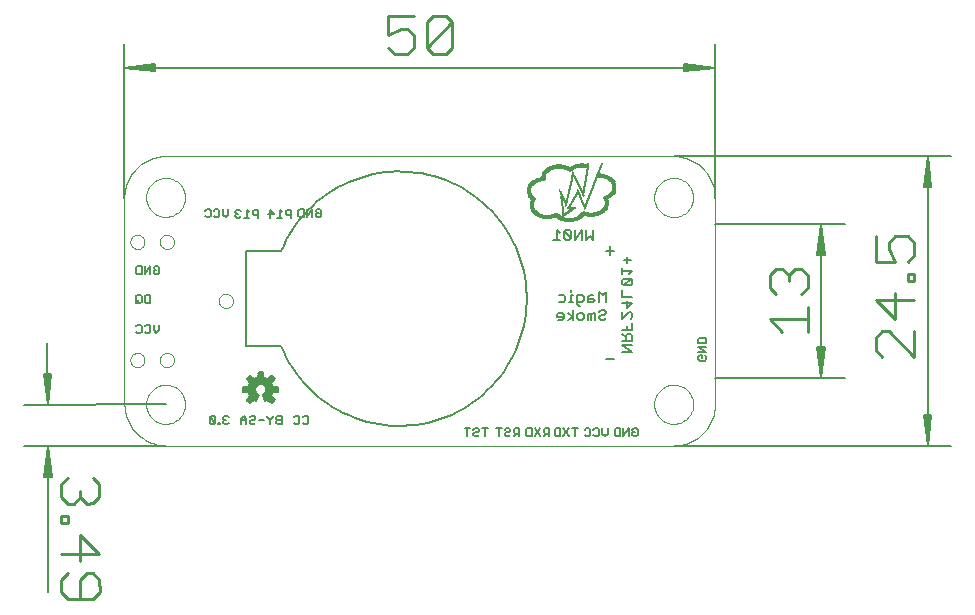
<source format=gbo>
G75*
G70*
%OFA0B0*%
%FSLAX24Y24*%
%IPPOS*%
%LPD*%
%AMOC8*
5,1,8,0,0,1.08239X$1,22.5*
%
%ADD10C,0.0050*%
%ADD11C,0.0000*%
%ADD12C,0.0060*%
%ADD13C,0.0080*%
%ADD14C,0.0051*%
%ADD15C,0.0110*%
%ADD16R,0.0110X0.0005*%
%ADD17R,0.0210X0.0005*%
%ADD18R,0.0280X0.0005*%
%ADD19R,0.0325X0.0005*%
%ADD20R,0.0365X0.0005*%
%ADD21R,0.0410X0.0005*%
%ADD22R,0.0440X0.0005*%
%ADD23R,0.0470X0.0005*%
%ADD24R,0.0505X0.0005*%
%ADD25R,0.0530X0.0005*%
%ADD26R,0.0555X0.0005*%
%ADD27R,0.0580X0.0005*%
%ADD28R,0.0600X0.0005*%
%ADD29R,0.0625X0.0005*%
%ADD30R,0.0645X0.0005*%
%ADD31R,0.0665X0.0005*%
%ADD32R,0.0685X0.0005*%
%ADD33R,0.0705X0.0005*%
%ADD34R,0.0715X0.0005*%
%ADD35R,0.0735X0.0005*%
%ADD36R,0.0755X0.0005*%
%ADD37R,0.0090X0.0005*%
%ADD38R,0.0770X0.0005*%
%ADD39R,0.0190X0.0005*%
%ADD40R,0.0355X0.0005*%
%ADD41R,0.0360X0.0005*%
%ADD42R,0.0260X0.0005*%
%ADD43R,0.0315X0.0005*%
%ADD44R,0.0320X0.0005*%
%ADD45R,0.0295X0.0005*%
%ADD46R,0.0275X0.0005*%
%ADD47R,0.0400X0.0005*%
%ADD48R,0.0265X0.0005*%
%ADD49R,0.0435X0.0005*%
%ADD50R,0.0255X0.0005*%
%ADD51R,0.0465X0.0005*%
%ADD52R,0.0245X0.0005*%
%ADD53R,0.0495X0.0005*%
%ADD54R,0.0235X0.0005*%
%ADD55R,0.0525X0.0005*%
%ADD56R,0.0230X0.0005*%
%ADD57R,0.0240X0.0005*%
%ADD58R,0.0545X0.0005*%
%ADD59R,0.0820X0.0005*%
%ADD60R,0.0220X0.0005*%
%ADD61R,0.0025X0.0005*%
%ADD62R,0.0795X0.0005*%
%ADD63R,0.0215X0.0005*%
%ADD64R,0.0035X0.0005*%
%ADD65R,0.0040X0.0005*%
%ADD66R,0.0800X0.0005*%
%ADD67R,0.0205X0.0005*%
%ADD68R,0.0050X0.0005*%
%ADD69R,0.0805X0.0005*%
%ADD70R,0.0165X0.0005*%
%ADD71R,0.0055X0.0005*%
%ADD72R,0.0200X0.0005*%
%ADD73R,0.0060X0.0005*%
%ADD74R,0.0300X0.0005*%
%ADD75R,0.0195X0.0005*%
%ADD76R,0.0065X0.0005*%
%ADD77R,0.0345X0.0005*%
%ADD78R,0.0070X0.0005*%
%ADD79R,0.0385X0.0005*%
%ADD80R,0.0080X0.0005*%
%ADD81R,0.0425X0.0005*%
%ADD82R,0.0185X0.0005*%
%ADD83R,0.0085X0.0005*%
%ADD84R,0.0635X0.0005*%
%ADD85R,0.0810X0.0005*%
%ADD86R,0.0095X0.0005*%
%ADD87R,0.0335X0.0005*%
%ADD88R,0.0655X0.0005*%
%ADD89R,0.0105X0.0005*%
%ADD90R,0.0290X0.0005*%
%ADD91R,0.0660X0.0005*%
%ADD92R,0.0115X0.0005*%
%ADD93R,0.0285X0.0005*%
%ADD94R,0.0120X0.0005*%
%ADD95R,0.0270X0.0005*%
%ADD96R,0.0675X0.0005*%
%ADD97R,0.0130X0.0005*%
%ADD98R,0.0680X0.0005*%
%ADD99R,0.0135X0.0005*%
%ADD100R,0.0250X0.0005*%
%ADD101R,0.0140X0.0005*%
%ADD102R,0.0180X0.0005*%
%ADD103R,0.0695X0.0005*%
%ADD104R,0.0150X0.0005*%
%ADD105R,0.0160X0.0005*%
%ADD106R,0.0155X0.0005*%
%ADD107R,0.0145X0.0005*%
%ADD108R,0.0700X0.0005*%
%ADD109R,0.0225X0.0005*%
%ADD110R,0.0170X0.0005*%
%ADD111R,0.0100X0.0005*%
%ADD112R,0.0075X0.0005*%
%ADD113R,0.0720X0.0005*%
%ADD114R,0.0725X0.0005*%
%ADD115R,0.0340X0.0005*%
%ADD116R,0.0305X0.0005*%
%ADD117R,0.0175X0.0005*%
%ADD118R,0.0005X0.0005*%
%ADD119R,0.0010X0.0005*%
%ADD120R,0.0015X0.0005*%
%ADD121R,0.0020X0.0005*%
%ADD122R,0.0030X0.0005*%
%ADD123R,0.0125X0.0005*%
%ADD124R,0.0045X0.0005*%
%ADD125R,0.0370X0.0005*%
%ADD126R,0.0375X0.0005*%
%ADD127R,0.0350X0.0005*%
%ADD128R,0.0330X0.0005*%
%ADD129R,0.0485X0.0005*%
%ADD130R,0.0480X0.0005*%
%ADD131R,0.0460X0.0005*%
%ADD132R,0.0445X0.0005*%
%ADD133R,0.0310X0.0005*%
%ADD134R,0.0380X0.0005*%
%ADD135R,0.0415X0.0005*%
%ADD136R,0.0450X0.0005*%
%ADD137R,0.0490X0.0005*%
%ADD138R,0.0965X0.0005*%
%ADD139R,0.0975X0.0005*%
%ADD140R,0.0980X0.0005*%
%ADD141R,0.0990X0.0005*%
%ADD142R,0.1005X0.0005*%
%ADD143R,0.0615X0.0005*%
%ADD144R,0.0640X0.0005*%
%ADD145R,0.0605X0.0005*%
%ADD146R,0.0620X0.0005*%
%ADD147R,0.0590X0.0005*%
%ADD148R,0.0570X0.0005*%
%ADD149R,0.0540X0.0005*%
%ADD150R,0.0515X0.0005*%
%ADD151R,0.0565X0.0005*%
%ADD152R,0.0535X0.0005*%
%ADD153R,0.0395X0.0005*%
%ADD154R,0.0520X0.0005*%
%ADD155R,0.0500X0.0005*%
%ADD156R,0.0430X0.0005*%
%ADD157C,0.0059*%
D10*
X006370Y006749D02*
X006460Y006749D01*
X006505Y006794D01*
X006325Y006974D01*
X006325Y006794D01*
X006370Y006749D01*
X006505Y006794D02*
X006505Y006974D01*
X006460Y007019D01*
X006370Y007019D01*
X006325Y006974D01*
X006608Y006794D02*
X006608Y006749D01*
X006653Y006749D01*
X006653Y006794D01*
X006608Y006794D01*
X006767Y006794D02*
X006812Y006749D01*
X006902Y006749D01*
X006947Y006794D01*
X006857Y006884D02*
X006812Y006884D01*
X006767Y006839D01*
X006767Y006794D01*
X006812Y006884D02*
X006767Y006929D01*
X006767Y006974D01*
X006812Y007019D01*
X006902Y007019D01*
X006947Y006974D01*
X007356Y006929D02*
X007356Y006749D01*
X007356Y006884D02*
X007537Y006884D01*
X007537Y006929D02*
X007537Y006749D01*
X007651Y006794D02*
X007696Y006749D01*
X007786Y006749D01*
X007831Y006794D01*
X007786Y006884D02*
X007831Y006929D01*
X007831Y006974D01*
X007786Y007019D01*
X007696Y007019D01*
X007651Y006974D01*
X007696Y006884D02*
X007651Y006839D01*
X007651Y006794D01*
X007696Y006884D02*
X007786Y006884D01*
X007946Y006884D02*
X008126Y006884D01*
X008240Y006974D02*
X008330Y006884D01*
X008330Y006749D01*
X008330Y006884D02*
X008421Y006974D01*
X008421Y007019D01*
X008535Y006974D02*
X008535Y006929D01*
X008580Y006884D01*
X008715Y006884D01*
X008580Y006884D02*
X008535Y006839D01*
X008535Y006794D01*
X008580Y006749D01*
X008715Y006749D01*
X008715Y007019D01*
X008580Y007019D01*
X008535Y006974D01*
X008240Y006974D02*
X008240Y007019D01*
X007537Y006929D02*
X007447Y007019D01*
X007356Y006929D01*
X009124Y006974D02*
X009169Y007019D01*
X009259Y007019D01*
X009305Y006974D01*
X009305Y006794D01*
X009259Y006749D01*
X009169Y006749D01*
X009124Y006794D01*
X009419Y006794D02*
X009464Y006749D01*
X009554Y006749D01*
X009599Y006794D01*
X009599Y006974D01*
X009554Y007019D01*
X009464Y007019D01*
X009419Y006974D01*
X004632Y009878D02*
X004542Y009788D01*
X004452Y009878D01*
X004452Y010058D01*
X004338Y010013D02*
X004338Y009833D01*
X004293Y009788D01*
X004203Y009788D01*
X004158Y009833D01*
X004043Y009833D02*
X004043Y010013D01*
X003998Y010058D01*
X003908Y010058D01*
X003863Y010013D01*
X003863Y009833D02*
X003908Y009788D01*
X003998Y009788D01*
X004043Y009833D01*
X004158Y010013D02*
X004203Y010058D01*
X004293Y010058D01*
X004338Y010013D01*
X004632Y010058D02*
X004632Y009878D01*
X004338Y010788D02*
X004203Y010788D01*
X004158Y010833D01*
X004158Y011013D01*
X004203Y011058D01*
X004338Y011058D01*
X004338Y010788D01*
X004043Y010833D02*
X004043Y011013D01*
X003998Y011058D01*
X003908Y011058D01*
X003863Y011013D01*
X003863Y010833D01*
X003908Y010788D01*
X003998Y010788D01*
X004043Y010833D01*
X003953Y010878D02*
X003863Y010788D01*
X003908Y011738D02*
X003863Y011783D01*
X003863Y011963D01*
X003908Y012008D01*
X004043Y012008D01*
X004043Y011738D01*
X003908Y011738D01*
X004158Y011738D02*
X004158Y012008D01*
X004338Y012008D02*
X004158Y011738D01*
X004338Y011738D02*
X004338Y012008D01*
X004452Y011963D02*
X004497Y012008D01*
X004587Y012008D01*
X004632Y011963D01*
X004632Y011783D01*
X004587Y011738D01*
X004497Y011738D01*
X004452Y011783D01*
X004452Y011873D01*
X004542Y011873D01*
X006211Y013638D02*
X006166Y013683D01*
X006211Y013638D02*
X006301Y013638D01*
X006346Y013683D01*
X006346Y013863D01*
X006301Y013908D01*
X006211Y013908D01*
X006166Y013863D01*
X006461Y013863D02*
X006506Y013908D01*
X006596Y013908D01*
X006641Y013863D01*
X006641Y013683D01*
X006596Y013638D01*
X006506Y013638D01*
X006461Y013683D01*
X006755Y013728D02*
X006755Y013908D01*
X006755Y013728D02*
X006845Y013638D01*
X006935Y013728D01*
X006935Y013908D01*
X007166Y013853D02*
X007166Y013808D01*
X007211Y013763D01*
X007166Y013718D01*
X007166Y013673D01*
X007211Y013628D01*
X007301Y013628D01*
X007346Y013673D01*
X007461Y013628D02*
X007641Y013628D01*
X007551Y013628D02*
X007551Y013898D01*
X007641Y013808D01*
X007755Y013853D02*
X007755Y013763D01*
X007800Y013718D01*
X007935Y013718D01*
X007935Y013628D02*
X007935Y013898D01*
X007800Y013898D01*
X007755Y013853D01*
X007346Y013853D02*
X007301Y013898D01*
X007211Y013898D01*
X007166Y013853D01*
X007211Y013763D02*
X007256Y013763D01*
X008266Y013763D02*
X008446Y013763D01*
X008311Y013898D01*
X008311Y013628D01*
X008561Y013628D02*
X008741Y013628D01*
X008651Y013628D02*
X008651Y013898D01*
X008741Y013808D01*
X008855Y013853D02*
X008855Y013763D01*
X008900Y013718D01*
X009035Y013718D01*
X009035Y013628D02*
X009035Y013898D01*
X008900Y013898D01*
X008855Y013853D01*
X009266Y013863D02*
X009266Y013683D01*
X009311Y013638D01*
X009446Y013638D01*
X009446Y013908D01*
X009311Y013908D01*
X009266Y013863D01*
X009561Y013908D02*
X009561Y013638D01*
X009741Y013908D01*
X009741Y013638D01*
X009855Y013683D02*
X009855Y013773D01*
X009945Y013773D01*
X009855Y013863D02*
X009900Y013908D01*
X009990Y013908D01*
X010035Y013863D01*
X010035Y013683D01*
X009990Y013638D01*
X009900Y013638D01*
X009855Y013683D01*
X014813Y006608D02*
X014993Y006608D01*
X014903Y006608D02*
X014903Y006338D01*
X015108Y006383D02*
X015153Y006338D01*
X015243Y006338D01*
X015288Y006383D01*
X015243Y006473D02*
X015288Y006518D01*
X015288Y006563D01*
X015243Y006608D01*
X015153Y006608D01*
X015108Y006563D01*
X015153Y006473D02*
X015108Y006428D01*
X015108Y006383D01*
X015153Y006473D02*
X015243Y006473D01*
X015402Y006608D02*
X015582Y006608D01*
X015492Y006608D02*
X015492Y006338D01*
X015863Y006608D02*
X016043Y006608D01*
X015953Y006608D02*
X015953Y006338D01*
X016158Y006383D02*
X016203Y006338D01*
X016293Y006338D01*
X016338Y006383D01*
X016293Y006473D02*
X016203Y006473D01*
X016158Y006428D01*
X016158Y006383D01*
X016293Y006473D02*
X016338Y006518D01*
X016338Y006563D01*
X016293Y006608D01*
X016203Y006608D01*
X016158Y006563D01*
X016452Y006563D02*
X016452Y006473D01*
X016497Y006428D01*
X016632Y006428D01*
X016542Y006428D02*
X016452Y006338D01*
X016632Y006338D02*
X016632Y006608D01*
X016497Y006608D01*
X016452Y006563D01*
X016863Y006563D02*
X016863Y006383D01*
X016908Y006338D01*
X017043Y006338D01*
X017043Y006608D01*
X016908Y006608D01*
X016863Y006563D01*
X017158Y006608D02*
X017338Y006338D01*
X017452Y006338D02*
X017542Y006428D01*
X017497Y006428D02*
X017632Y006428D01*
X017632Y006338D02*
X017632Y006608D01*
X017497Y006608D01*
X017452Y006563D01*
X017452Y006473D01*
X017497Y006428D01*
X017338Y006608D02*
X017158Y006338D01*
X017813Y006383D02*
X017813Y006563D01*
X017858Y006608D01*
X017993Y006608D01*
X017993Y006338D01*
X017858Y006338D01*
X017813Y006383D01*
X018108Y006338D02*
X018288Y006608D01*
X018402Y006608D02*
X018582Y006608D01*
X018492Y006608D02*
X018492Y006338D01*
X018288Y006338D02*
X018108Y006608D01*
X018813Y006563D02*
X018858Y006608D01*
X018948Y006608D01*
X018993Y006563D01*
X018993Y006383D01*
X018948Y006338D01*
X018858Y006338D01*
X018813Y006383D01*
X019108Y006383D02*
X019153Y006338D01*
X019243Y006338D01*
X019288Y006383D01*
X019288Y006563D01*
X019243Y006608D01*
X019153Y006608D01*
X019108Y006563D01*
X019402Y006608D02*
X019402Y006428D01*
X019492Y006338D01*
X019582Y006428D01*
X019582Y006608D01*
X019813Y006563D02*
X019813Y006383D01*
X019858Y006338D01*
X019993Y006338D01*
X019993Y006608D01*
X019858Y006608D01*
X019813Y006563D01*
X020108Y006608D02*
X020108Y006338D01*
X020288Y006608D01*
X020288Y006338D01*
X020402Y006383D02*
X020402Y006473D01*
X020492Y006473D01*
X020402Y006563D02*
X020447Y006608D01*
X020537Y006608D01*
X020582Y006563D01*
X020582Y006383D01*
X020537Y006338D01*
X020447Y006338D01*
X020402Y006383D01*
X022643Y008858D02*
X022598Y008903D01*
X022598Y008993D01*
X022643Y009038D01*
X022733Y009038D01*
X022733Y008948D01*
X022824Y008858D02*
X022643Y008858D01*
X022824Y008858D02*
X022869Y008903D01*
X022869Y008993D01*
X022824Y009038D01*
X022869Y009152D02*
X022598Y009332D01*
X022869Y009332D01*
X022869Y009447D02*
X022598Y009447D01*
X022598Y009582D01*
X022643Y009627D01*
X022824Y009627D01*
X022869Y009582D01*
X022869Y009447D01*
X022869Y009152D02*
X022598Y009152D01*
D11*
X023158Y007411D02*
X023158Y014300D01*
X023158Y014307D01*
X021130Y014300D02*
X021132Y014350D01*
X021138Y014400D01*
X021148Y014450D01*
X021161Y014498D01*
X021178Y014546D01*
X021199Y014592D01*
X021223Y014636D01*
X021251Y014678D01*
X021282Y014718D01*
X021316Y014755D01*
X021353Y014790D01*
X021392Y014821D01*
X021433Y014850D01*
X021477Y014875D01*
X021523Y014897D01*
X021570Y014915D01*
X021618Y014929D01*
X021667Y014940D01*
X021717Y014947D01*
X021767Y014950D01*
X021818Y014949D01*
X021868Y014944D01*
X021918Y014935D01*
X021966Y014923D01*
X022014Y014906D01*
X022060Y014886D01*
X022105Y014863D01*
X022148Y014836D01*
X022188Y014806D01*
X022226Y014773D01*
X022261Y014737D01*
X022294Y014698D01*
X022323Y014657D01*
X022349Y014614D01*
X022372Y014569D01*
X022391Y014522D01*
X022406Y014474D01*
X022418Y014425D01*
X022426Y014375D01*
X022430Y014325D01*
X022430Y014275D01*
X022426Y014225D01*
X022418Y014175D01*
X022406Y014126D01*
X022391Y014078D01*
X022372Y014031D01*
X022349Y013986D01*
X022323Y013943D01*
X022294Y013902D01*
X022261Y013863D01*
X022226Y013827D01*
X022188Y013794D01*
X022148Y013764D01*
X022105Y013737D01*
X022060Y013714D01*
X022014Y013694D01*
X021966Y013677D01*
X021918Y013665D01*
X021868Y013656D01*
X021818Y013651D01*
X021767Y013650D01*
X021717Y013653D01*
X021667Y013660D01*
X021618Y013671D01*
X021570Y013685D01*
X021523Y013703D01*
X021477Y013725D01*
X021433Y013750D01*
X021392Y013779D01*
X021353Y013810D01*
X021316Y013845D01*
X021282Y013882D01*
X021251Y013922D01*
X021223Y013964D01*
X021199Y014008D01*
X021178Y014054D01*
X021161Y014102D01*
X021148Y014150D01*
X021138Y014200D01*
X021132Y014250D01*
X021130Y014300D01*
X021780Y015678D02*
X021852Y015676D01*
X021924Y015670D01*
X021996Y015661D01*
X022067Y015648D01*
X022137Y015631D01*
X022206Y015611D01*
X022274Y015586D01*
X022340Y015559D01*
X022406Y015528D01*
X022469Y015493D01*
X022531Y015456D01*
X022590Y015415D01*
X022647Y015371D01*
X022702Y015324D01*
X022754Y015274D01*
X022804Y015222D01*
X022851Y015167D01*
X022895Y015110D01*
X022936Y015051D01*
X022973Y014989D01*
X023008Y014926D01*
X023039Y014860D01*
X023066Y014794D01*
X023091Y014726D01*
X023111Y014657D01*
X023128Y014587D01*
X023141Y014516D01*
X023150Y014444D01*
X023156Y014372D01*
X023158Y014300D01*
X021784Y015678D02*
X021780Y015678D01*
X004851Y015678D01*
X004198Y014304D02*
X004200Y014354D01*
X004206Y014404D01*
X004216Y014454D01*
X004229Y014502D01*
X004246Y014550D01*
X004267Y014596D01*
X004291Y014640D01*
X004319Y014682D01*
X004350Y014722D01*
X004384Y014759D01*
X004421Y014794D01*
X004460Y014825D01*
X004501Y014854D01*
X004545Y014879D01*
X004591Y014901D01*
X004638Y014919D01*
X004686Y014933D01*
X004735Y014944D01*
X004785Y014951D01*
X004835Y014954D01*
X004886Y014953D01*
X004936Y014948D01*
X004986Y014939D01*
X005034Y014927D01*
X005082Y014910D01*
X005128Y014890D01*
X005173Y014867D01*
X005216Y014840D01*
X005256Y014810D01*
X005294Y014777D01*
X005329Y014741D01*
X005362Y014702D01*
X005391Y014661D01*
X005417Y014618D01*
X005440Y014573D01*
X005459Y014526D01*
X005474Y014478D01*
X005486Y014429D01*
X005494Y014379D01*
X005498Y014329D01*
X005498Y014279D01*
X005494Y014229D01*
X005486Y014179D01*
X005474Y014130D01*
X005459Y014082D01*
X005440Y014035D01*
X005417Y013990D01*
X005391Y013947D01*
X005362Y013906D01*
X005329Y013867D01*
X005294Y013831D01*
X005256Y013798D01*
X005216Y013768D01*
X005173Y013741D01*
X005128Y013718D01*
X005082Y013698D01*
X005034Y013681D01*
X004986Y013669D01*
X004936Y013660D01*
X004886Y013655D01*
X004835Y013654D01*
X004785Y013657D01*
X004735Y013664D01*
X004686Y013675D01*
X004638Y013689D01*
X004591Y013707D01*
X004545Y013729D01*
X004501Y013754D01*
X004460Y013783D01*
X004421Y013814D01*
X004384Y013849D01*
X004350Y013886D01*
X004319Y013926D01*
X004291Y013968D01*
X004267Y014012D01*
X004246Y014058D01*
X004229Y014106D01*
X004216Y014154D01*
X004206Y014204D01*
X004200Y014254D01*
X004198Y014304D01*
X003473Y014300D02*
X003475Y014372D01*
X003481Y014444D01*
X003490Y014516D01*
X003503Y014587D01*
X003520Y014657D01*
X003540Y014726D01*
X003565Y014794D01*
X003592Y014860D01*
X003623Y014926D01*
X003658Y014989D01*
X003695Y015051D01*
X003736Y015110D01*
X003780Y015167D01*
X003827Y015222D01*
X003877Y015274D01*
X003929Y015324D01*
X003984Y015371D01*
X004041Y015415D01*
X004100Y015456D01*
X004162Y015493D01*
X004225Y015528D01*
X004291Y015559D01*
X004357Y015586D01*
X004425Y015611D01*
X004494Y015631D01*
X004564Y015648D01*
X004635Y015661D01*
X004707Y015670D01*
X004779Y015676D01*
X004851Y015678D01*
X003473Y014304D02*
X003473Y014300D01*
X003473Y007450D01*
X003473Y007407D01*
X004198Y007407D02*
X004200Y007457D01*
X004206Y007507D01*
X004216Y007557D01*
X004229Y007605D01*
X004246Y007653D01*
X004267Y007699D01*
X004291Y007743D01*
X004319Y007785D01*
X004350Y007825D01*
X004384Y007862D01*
X004421Y007897D01*
X004460Y007928D01*
X004501Y007957D01*
X004545Y007982D01*
X004591Y008004D01*
X004638Y008022D01*
X004686Y008036D01*
X004735Y008047D01*
X004785Y008054D01*
X004835Y008057D01*
X004886Y008056D01*
X004936Y008051D01*
X004986Y008042D01*
X005034Y008030D01*
X005082Y008013D01*
X005128Y007993D01*
X005173Y007970D01*
X005216Y007943D01*
X005256Y007913D01*
X005294Y007880D01*
X005329Y007844D01*
X005362Y007805D01*
X005391Y007764D01*
X005417Y007721D01*
X005440Y007676D01*
X005459Y007629D01*
X005474Y007581D01*
X005486Y007532D01*
X005494Y007482D01*
X005498Y007432D01*
X005498Y007382D01*
X005494Y007332D01*
X005486Y007282D01*
X005474Y007233D01*
X005459Y007185D01*
X005440Y007138D01*
X005417Y007093D01*
X005391Y007050D01*
X005362Y007009D01*
X005329Y006970D01*
X005294Y006934D01*
X005256Y006901D01*
X005216Y006871D01*
X005173Y006844D01*
X005128Y006821D01*
X005082Y006801D01*
X005034Y006784D01*
X004986Y006772D01*
X004936Y006763D01*
X004886Y006758D01*
X004835Y006757D01*
X004785Y006760D01*
X004735Y006767D01*
X004686Y006778D01*
X004638Y006792D01*
X004591Y006810D01*
X004545Y006832D01*
X004501Y006857D01*
X004460Y006886D01*
X004421Y006917D01*
X004384Y006952D01*
X004350Y006989D01*
X004319Y007029D01*
X004291Y007071D01*
X004267Y007115D01*
X004246Y007161D01*
X004229Y007209D01*
X004216Y007257D01*
X004206Y007307D01*
X004200Y007357D01*
X004198Y007407D01*
X003473Y007450D02*
X003474Y007377D01*
X003479Y007303D01*
X003487Y007231D01*
X003500Y007159D01*
X003516Y007087D01*
X003535Y007017D01*
X003559Y006947D01*
X003586Y006879D01*
X003617Y006813D01*
X003651Y006748D01*
X003688Y006685D01*
X003729Y006624D01*
X003772Y006566D01*
X003819Y006509D01*
X003869Y006455D01*
X003921Y006404D01*
X003976Y006356D01*
X004033Y006311D01*
X004093Y006268D01*
X004155Y006229D01*
X004219Y006193D01*
X004284Y006161D01*
X004352Y006132D01*
X004420Y006107D01*
X004490Y006085D01*
X004561Y006067D01*
X004633Y006052D01*
X004705Y006042D01*
X004778Y006035D01*
X004851Y006032D01*
X004851Y006033D02*
X021780Y006033D01*
X021784Y006033D01*
X021134Y007407D02*
X021136Y007457D01*
X021142Y007507D01*
X021152Y007557D01*
X021165Y007605D01*
X021182Y007653D01*
X021203Y007699D01*
X021227Y007743D01*
X021255Y007785D01*
X021286Y007825D01*
X021320Y007862D01*
X021357Y007897D01*
X021396Y007928D01*
X021437Y007957D01*
X021481Y007982D01*
X021527Y008004D01*
X021574Y008022D01*
X021622Y008036D01*
X021671Y008047D01*
X021721Y008054D01*
X021771Y008057D01*
X021822Y008056D01*
X021872Y008051D01*
X021922Y008042D01*
X021970Y008030D01*
X022018Y008013D01*
X022064Y007993D01*
X022109Y007970D01*
X022152Y007943D01*
X022192Y007913D01*
X022230Y007880D01*
X022265Y007844D01*
X022298Y007805D01*
X022327Y007764D01*
X022353Y007721D01*
X022376Y007676D01*
X022395Y007629D01*
X022410Y007581D01*
X022422Y007532D01*
X022430Y007482D01*
X022434Y007432D01*
X022434Y007382D01*
X022430Y007332D01*
X022422Y007282D01*
X022410Y007233D01*
X022395Y007185D01*
X022376Y007138D01*
X022353Y007093D01*
X022327Y007050D01*
X022298Y007009D01*
X022265Y006970D01*
X022230Y006934D01*
X022192Y006901D01*
X022152Y006871D01*
X022109Y006844D01*
X022064Y006821D01*
X022018Y006801D01*
X021970Y006784D01*
X021922Y006772D01*
X021872Y006763D01*
X021822Y006758D01*
X021771Y006757D01*
X021721Y006760D01*
X021671Y006767D01*
X021622Y006778D01*
X021574Y006792D01*
X021527Y006810D01*
X021481Y006832D01*
X021437Y006857D01*
X021396Y006886D01*
X021357Y006917D01*
X021320Y006952D01*
X021286Y006989D01*
X021255Y007029D01*
X021227Y007071D01*
X021203Y007115D01*
X021182Y007161D01*
X021165Y007209D01*
X021152Y007257D01*
X021142Y007307D01*
X021136Y007357D01*
X021134Y007407D01*
X021780Y006033D02*
X021852Y006035D01*
X021924Y006041D01*
X021996Y006050D01*
X022067Y006063D01*
X022137Y006080D01*
X022206Y006100D01*
X022274Y006125D01*
X022340Y006152D01*
X022406Y006183D01*
X022469Y006218D01*
X022531Y006255D01*
X022590Y006296D01*
X022647Y006340D01*
X022702Y006387D01*
X022754Y006437D01*
X022804Y006489D01*
X022851Y006544D01*
X022895Y006601D01*
X022936Y006660D01*
X022973Y006722D01*
X023008Y006785D01*
X023039Y006851D01*
X023066Y006917D01*
X023091Y006985D01*
X023111Y007054D01*
X023128Y007124D01*
X023141Y007195D01*
X023150Y007267D01*
X023156Y007339D01*
X023158Y007411D01*
X006623Y010852D02*
X006625Y010882D01*
X006631Y010912D01*
X006640Y010941D01*
X006653Y010968D01*
X006670Y010993D01*
X006689Y011016D01*
X006712Y011037D01*
X006737Y011054D01*
X006763Y011068D01*
X006792Y011078D01*
X006821Y011085D01*
X006851Y011088D01*
X006882Y011087D01*
X006912Y011082D01*
X006941Y011073D01*
X006968Y011061D01*
X006994Y011046D01*
X007018Y011027D01*
X007039Y011005D01*
X007057Y010981D01*
X007072Y010954D01*
X007083Y010926D01*
X007091Y010897D01*
X007095Y010867D01*
X007095Y010837D01*
X007091Y010807D01*
X007083Y010778D01*
X007072Y010750D01*
X007057Y010723D01*
X007039Y010699D01*
X007018Y010677D01*
X006994Y010658D01*
X006968Y010643D01*
X006941Y010631D01*
X006912Y010622D01*
X006882Y010617D01*
X006851Y010616D01*
X006821Y010619D01*
X006792Y010626D01*
X006763Y010636D01*
X006737Y010650D01*
X006712Y010667D01*
X006689Y010688D01*
X006670Y010711D01*
X006653Y010736D01*
X006640Y010763D01*
X006631Y010792D01*
X006625Y010822D01*
X006623Y010852D01*
X004655Y008883D02*
X004657Y008913D01*
X004663Y008943D01*
X004672Y008972D01*
X004685Y008999D01*
X004702Y009024D01*
X004721Y009047D01*
X004744Y009068D01*
X004769Y009085D01*
X004795Y009099D01*
X004824Y009109D01*
X004853Y009116D01*
X004883Y009119D01*
X004914Y009118D01*
X004944Y009113D01*
X004973Y009104D01*
X005000Y009092D01*
X005026Y009077D01*
X005050Y009058D01*
X005071Y009036D01*
X005089Y009012D01*
X005104Y008985D01*
X005115Y008957D01*
X005123Y008928D01*
X005127Y008898D01*
X005127Y008868D01*
X005123Y008838D01*
X005115Y008809D01*
X005104Y008781D01*
X005089Y008754D01*
X005071Y008730D01*
X005050Y008708D01*
X005026Y008689D01*
X005000Y008674D01*
X004973Y008662D01*
X004944Y008653D01*
X004914Y008648D01*
X004883Y008647D01*
X004853Y008650D01*
X004824Y008657D01*
X004795Y008667D01*
X004769Y008681D01*
X004744Y008698D01*
X004721Y008719D01*
X004702Y008742D01*
X004685Y008767D01*
X004672Y008794D01*
X004663Y008823D01*
X004657Y008853D01*
X004655Y008883D01*
X003670Y008883D02*
X003672Y008913D01*
X003678Y008943D01*
X003687Y008972D01*
X003700Y008999D01*
X003717Y009024D01*
X003736Y009047D01*
X003759Y009068D01*
X003784Y009085D01*
X003810Y009099D01*
X003839Y009109D01*
X003868Y009116D01*
X003898Y009119D01*
X003929Y009118D01*
X003959Y009113D01*
X003988Y009104D01*
X004015Y009092D01*
X004041Y009077D01*
X004065Y009058D01*
X004086Y009036D01*
X004104Y009012D01*
X004119Y008985D01*
X004130Y008957D01*
X004138Y008928D01*
X004142Y008898D01*
X004142Y008868D01*
X004138Y008838D01*
X004130Y008809D01*
X004119Y008781D01*
X004104Y008754D01*
X004086Y008730D01*
X004065Y008708D01*
X004041Y008689D01*
X004015Y008674D01*
X003988Y008662D01*
X003959Y008653D01*
X003929Y008648D01*
X003898Y008647D01*
X003868Y008650D01*
X003839Y008657D01*
X003810Y008667D01*
X003784Y008681D01*
X003759Y008698D01*
X003736Y008719D01*
X003717Y008742D01*
X003700Y008767D01*
X003687Y008794D01*
X003678Y008823D01*
X003672Y008853D01*
X003670Y008883D01*
X004848Y006033D02*
X004851Y006033D01*
X004655Y012820D02*
X004657Y012850D01*
X004663Y012880D01*
X004672Y012909D01*
X004685Y012936D01*
X004702Y012961D01*
X004721Y012984D01*
X004744Y013005D01*
X004769Y013022D01*
X004795Y013036D01*
X004824Y013046D01*
X004853Y013053D01*
X004883Y013056D01*
X004914Y013055D01*
X004944Y013050D01*
X004973Y013041D01*
X005000Y013029D01*
X005026Y013014D01*
X005050Y012995D01*
X005071Y012973D01*
X005089Y012949D01*
X005104Y012922D01*
X005115Y012894D01*
X005123Y012865D01*
X005127Y012835D01*
X005127Y012805D01*
X005123Y012775D01*
X005115Y012746D01*
X005104Y012718D01*
X005089Y012691D01*
X005071Y012667D01*
X005050Y012645D01*
X005026Y012626D01*
X005000Y012611D01*
X004973Y012599D01*
X004944Y012590D01*
X004914Y012585D01*
X004883Y012584D01*
X004853Y012587D01*
X004824Y012594D01*
X004795Y012604D01*
X004769Y012618D01*
X004744Y012635D01*
X004721Y012656D01*
X004702Y012679D01*
X004685Y012704D01*
X004672Y012731D01*
X004663Y012760D01*
X004657Y012790D01*
X004655Y012820D01*
X003670Y012820D02*
X003672Y012850D01*
X003678Y012880D01*
X003687Y012909D01*
X003700Y012936D01*
X003717Y012961D01*
X003736Y012984D01*
X003759Y013005D01*
X003784Y013022D01*
X003810Y013036D01*
X003839Y013046D01*
X003868Y013053D01*
X003898Y013056D01*
X003929Y013055D01*
X003959Y013050D01*
X003988Y013041D01*
X004015Y013029D01*
X004041Y013014D01*
X004065Y012995D01*
X004086Y012973D01*
X004104Y012949D01*
X004119Y012922D01*
X004130Y012894D01*
X004138Y012865D01*
X004142Y012835D01*
X004142Y012805D01*
X004138Y012775D01*
X004130Y012746D01*
X004119Y012718D01*
X004104Y012691D01*
X004086Y012667D01*
X004065Y012645D01*
X004041Y012626D01*
X004015Y012611D01*
X003988Y012599D01*
X003959Y012590D01*
X003929Y012585D01*
X003898Y012584D01*
X003868Y012587D01*
X003839Y012594D01*
X003810Y012604D01*
X003784Y012618D01*
X003759Y012635D01*
X003736Y012656D01*
X003717Y012679D01*
X003700Y012704D01*
X003687Y012731D01*
X003678Y012760D01*
X003672Y012790D01*
X003670Y012820D01*
D12*
X017768Y012889D02*
X017995Y012889D01*
X017881Y012889D02*
X017881Y013229D01*
X017995Y013115D01*
X018136Y013172D02*
X018363Y012945D01*
X018306Y012889D01*
X018193Y012889D01*
X018136Y012945D01*
X018136Y013172D01*
X018193Y013229D01*
X018306Y013229D01*
X018363Y013172D01*
X018363Y012945D01*
X018504Y012889D02*
X018504Y013229D01*
X018731Y013229D02*
X018504Y012889D01*
X018731Y012889D02*
X018731Y013229D01*
X018873Y013229D02*
X018873Y012889D01*
X018986Y013002D01*
X019100Y012889D01*
X019100Y013229D01*
X020120Y012218D02*
X020347Y012218D01*
X020234Y012331D02*
X020234Y012104D01*
X020063Y011963D02*
X020063Y011736D01*
X020063Y011849D02*
X020404Y011849D01*
X020290Y011736D01*
X020347Y011595D02*
X020120Y011368D01*
X020063Y011424D01*
X020063Y011538D01*
X020120Y011595D01*
X020347Y011595D01*
X020404Y011538D01*
X020404Y011424D01*
X020347Y011368D01*
X020120Y011368D01*
X020063Y011226D02*
X020063Y010999D01*
X020404Y010999D01*
X020404Y010801D02*
X020063Y010801D01*
X020234Y010858D02*
X020234Y010631D01*
X020404Y010801D01*
X020347Y010490D02*
X020404Y010433D01*
X020404Y010319D01*
X020347Y010263D01*
X020404Y010121D02*
X020404Y009894D01*
X020063Y009894D01*
X020063Y009753D02*
X020177Y009640D01*
X020177Y009696D02*
X020177Y009526D01*
X020063Y009526D02*
X020404Y009526D01*
X020404Y009696D01*
X020347Y009753D01*
X020234Y009753D01*
X020177Y009696D01*
X020234Y009894D02*
X020234Y010008D01*
X020063Y010263D02*
X020290Y010490D01*
X020347Y010490D01*
X020063Y010490D02*
X020063Y010263D01*
X019524Y010269D02*
X019467Y010213D01*
X019353Y010213D01*
X019297Y010269D01*
X019297Y010326D01*
X019353Y010383D01*
X019467Y010383D01*
X019524Y010440D01*
X019524Y010496D01*
X019467Y010553D01*
X019353Y010553D01*
X019297Y010496D01*
X019155Y010440D02*
X019099Y010440D01*
X019042Y010383D01*
X018985Y010440D01*
X018928Y010383D01*
X018928Y010213D01*
X019042Y010213D02*
X019042Y010383D01*
X019155Y010440D02*
X019155Y010213D01*
X018787Y010269D02*
X018787Y010383D01*
X018730Y010440D01*
X018617Y010440D01*
X018560Y010383D01*
X018560Y010269D01*
X018617Y010213D01*
X018730Y010213D01*
X018787Y010269D01*
X018419Y010213D02*
X018419Y010553D01*
X018248Y010440D02*
X018419Y010326D01*
X018248Y010213D01*
X018112Y010269D02*
X018112Y010383D01*
X018055Y010440D01*
X017942Y010440D01*
X017885Y010383D01*
X017885Y010326D01*
X018112Y010326D01*
X018112Y010269D02*
X018055Y010213D01*
X017942Y010213D01*
X017946Y010813D02*
X018116Y010813D01*
X018173Y010869D01*
X018173Y010983D01*
X018116Y011040D01*
X017946Y011040D01*
X018362Y011040D02*
X018362Y010813D01*
X018419Y010813D02*
X018305Y010813D01*
X018362Y011040D02*
X018419Y011040D01*
X018362Y011153D02*
X018362Y011210D01*
X018560Y011040D02*
X018730Y011040D01*
X018787Y010983D01*
X018787Y010869D01*
X018730Y010813D01*
X018560Y010813D01*
X018560Y010756D02*
X018560Y011040D01*
X018560Y010756D02*
X018617Y010699D01*
X018673Y010699D01*
X018928Y010813D02*
X018928Y010983D01*
X018985Y011040D01*
X019099Y011040D01*
X019099Y010926D02*
X018928Y010926D01*
X018928Y010813D02*
X019099Y010813D01*
X019155Y010869D01*
X019099Y010926D01*
X019297Y010813D02*
X019297Y011153D01*
X019410Y011040D01*
X019524Y011153D01*
X019524Y010813D01*
X020063Y009385D02*
X020404Y009385D01*
X020404Y009158D02*
X020063Y009158D01*
X020063Y009385D02*
X020404Y009158D01*
D13*
X019794Y008933D02*
X019514Y008933D01*
X019654Y012393D02*
X019654Y012673D01*
X019794Y012533D02*
X019514Y012533D01*
X008703Y012504D02*
X008785Y012694D01*
X008876Y012880D01*
X008976Y013062D01*
X009084Y013238D01*
X009201Y013409D01*
X009326Y013574D01*
X009460Y013733D01*
X009600Y013885D01*
X009748Y014030D01*
X009903Y014168D01*
X010065Y014297D01*
X010232Y014419D01*
X010406Y014533D01*
X010584Y014637D01*
X010768Y014733D01*
X010956Y014820D01*
X011148Y014898D01*
X011344Y014966D01*
X011543Y015025D01*
X011744Y015073D01*
X011948Y015112D01*
X012153Y015141D01*
X012359Y015160D01*
X012566Y015168D01*
X012773Y015167D01*
X012980Y015155D01*
X013186Y015134D01*
X013391Y015102D01*
X013594Y015060D01*
X013795Y015009D01*
X013992Y014948D01*
X014187Y014877D01*
X014378Y014796D01*
X014565Y014707D01*
X014747Y014608D01*
X014924Y014501D01*
X015096Y014385D01*
X015262Y014261D01*
X015422Y014129D01*
X015575Y013989D01*
X015721Y013842D01*
X015859Y013688D01*
X015990Y013528D01*
X016113Y013361D01*
X016228Y013188D01*
X016334Y013010D01*
X016431Y012827D01*
X016519Y012640D01*
X016598Y012448D01*
X016668Y012253D01*
X016728Y012055D01*
X016778Y011854D01*
X016818Y011651D01*
X016848Y011446D01*
X016869Y011240D01*
X016879Y011033D01*
X016879Y010825D01*
X016869Y010618D01*
X016848Y010412D01*
X016818Y010207D01*
X016778Y010004D01*
X016728Y009803D01*
X016668Y009605D01*
X016598Y009410D01*
X016519Y009218D01*
X016431Y009031D01*
X016334Y008848D01*
X016228Y008670D01*
X016113Y008497D01*
X015990Y008330D01*
X015859Y008170D01*
X015721Y008016D01*
X015575Y007869D01*
X015422Y007729D01*
X015262Y007597D01*
X015096Y007473D01*
X014924Y007357D01*
X014747Y007250D01*
X014565Y007151D01*
X014378Y007062D01*
X014187Y006981D01*
X013992Y006910D01*
X013795Y006849D01*
X013594Y006798D01*
X013391Y006756D01*
X013186Y006724D01*
X012980Y006703D01*
X012773Y006691D01*
X012566Y006690D01*
X012359Y006698D01*
X012153Y006717D01*
X011948Y006746D01*
X011744Y006785D01*
X011543Y006833D01*
X011344Y006892D01*
X011148Y006960D01*
X010956Y007038D01*
X010768Y007125D01*
X010584Y007221D01*
X010406Y007325D01*
X010232Y007439D01*
X010065Y007561D01*
X009903Y007690D01*
X009748Y007828D01*
X009600Y007973D01*
X009460Y008125D01*
X009326Y008284D01*
X009201Y008449D01*
X009084Y008620D01*
X008976Y008796D01*
X008876Y008978D01*
X008785Y009164D01*
X008703Y009354D01*
X008703Y009355D02*
X007521Y009355D01*
X007521Y012504D01*
X008703Y012504D01*
D14*
X000916Y006024D02*
X000927Y001163D01*
X000867Y005000D02*
X000916Y006024D01*
X000816Y005000D01*
X000793Y005000D02*
X000916Y006024D01*
X001021Y005000D01*
X001044Y005000D02*
X000793Y005000D01*
X000970Y005000D02*
X000916Y006024D01*
X001044Y005000D01*
X000129Y006022D02*
X004851Y006033D01*
X004848Y007407D02*
X000126Y007397D01*
X000913Y007398D02*
X000808Y008422D01*
X000785Y008422D02*
X000913Y007398D01*
X001013Y008422D01*
X001036Y008422D02*
X000785Y008422D01*
X000859Y008422D02*
X000913Y007398D01*
X000962Y008422D01*
X001036Y008422D02*
X000913Y007398D01*
X000908Y009446D01*
X003473Y014300D02*
X003473Y019418D01*
X003473Y018631D02*
X004497Y018733D01*
X004497Y018757D02*
X004497Y018505D01*
X003473Y018631D01*
X004497Y018529D01*
X004497Y018580D02*
X003473Y018631D01*
X004497Y018682D01*
X004497Y018757D02*
X003473Y018631D01*
X023158Y018631D01*
X022135Y018529D01*
X022135Y018505D02*
X023158Y018631D01*
X022135Y018733D01*
X022135Y018757D02*
X022135Y018505D01*
X022135Y018580D02*
X023158Y018631D01*
X022135Y018682D01*
X022135Y018757D02*
X023158Y018631D01*
X023158Y019418D02*
X023158Y014300D01*
X023158Y013415D02*
X027489Y013415D01*
X026702Y013415D02*
X026804Y012391D01*
X026827Y012391D02*
X026702Y013415D01*
X026599Y012391D01*
X026576Y012391D02*
X026827Y012391D01*
X026753Y012391D02*
X026702Y013415D01*
X026651Y012391D01*
X026576Y012391D02*
X026702Y013415D01*
X026702Y008296D01*
X026804Y009320D01*
X026827Y009320D02*
X026702Y008296D01*
X026599Y009320D01*
X026576Y009320D02*
X026827Y009320D01*
X026753Y009320D02*
X026702Y008296D01*
X026651Y009320D01*
X026576Y009320D02*
X026702Y008296D01*
X027489Y008296D02*
X023158Y008296D01*
X021780Y006033D02*
X031032Y006033D01*
X030245Y006033D02*
X030347Y007056D01*
X030371Y007056D02*
X030245Y006033D01*
X030143Y007056D01*
X030119Y007056D02*
X030371Y007056D01*
X030296Y007056D02*
X030245Y006033D01*
X030194Y007056D01*
X030119Y007056D02*
X030245Y006033D01*
X030245Y015678D01*
X030347Y014655D01*
X030371Y014655D02*
X030245Y015678D01*
X030143Y014655D01*
X030119Y014655D02*
X030371Y014655D01*
X030296Y014655D02*
X030245Y015678D01*
X030194Y014655D01*
X030119Y014655D02*
X030245Y015678D01*
X031032Y015678D02*
X021780Y015678D01*
D15*
X025195Y011929D02*
X025407Y011929D01*
X025618Y011717D01*
X025830Y011929D01*
X026042Y011929D01*
X026253Y011717D01*
X026253Y011294D01*
X026042Y011083D01*
X026253Y010660D02*
X026253Y009814D01*
X026253Y010237D02*
X024984Y010237D01*
X025407Y009814D01*
X025195Y011083D02*
X024984Y011294D01*
X024984Y011717D01*
X025195Y011929D01*
X025618Y011717D02*
X025618Y011506D01*
X028527Y010895D02*
X029162Y010261D01*
X029162Y011107D01*
X029796Y010895D02*
X028527Y010895D01*
X029585Y011529D02*
X029585Y011741D01*
X029796Y011741D01*
X029796Y011529D01*
X029585Y011529D01*
X029585Y012164D02*
X029796Y012375D01*
X029796Y012798D01*
X029585Y013010D01*
X029162Y013010D01*
X028950Y012798D01*
X028950Y012587D01*
X029162Y012164D01*
X028527Y012164D01*
X028527Y013010D01*
X028739Y009838D02*
X028527Y009626D01*
X028527Y009203D01*
X028739Y008992D01*
X028950Y009838D02*
X029796Y008992D01*
X029796Y009838D01*
X028950Y009838D02*
X028739Y009838D01*
X014389Y019291D02*
X014178Y019080D01*
X013755Y019080D01*
X013543Y019291D01*
X014389Y020137D01*
X014389Y019291D01*
X013543Y019291D02*
X013543Y020137D01*
X013755Y020349D01*
X014178Y020349D01*
X014389Y020137D01*
X013121Y020349D02*
X012274Y020349D01*
X012274Y019714D01*
X012697Y019926D01*
X012909Y019926D01*
X013121Y019714D01*
X013121Y019291D01*
X012909Y019080D01*
X012486Y019080D01*
X012274Y019291D01*
X002425Y004948D02*
X002637Y004737D01*
X002637Y004314D01*
X002426Y004102D01*
X002215Y004101D01*
X002003Y004313D01*
X001792Y004101D01*
X001580Y004100D01*
X001368Y004311D01*
X001368Y004735D01*
X001579Y004946D01*
X002003Y004524D02*
X002003Y004313D01*
X001581Y003678D02*
X001369Y003677D01*
X001370Y003466D01*
X001581Y003466D01*
X001581Y003678D01*
X002005Y003044D02*
X002007Y002198D01*
X002219Y001775D02*
X002008Y001564D01*
X002009Y000929D01*
X001586Y000928D02*
X002432Y000930D01*
X002643Y001142D01*
X002642Y001565D01*
X002430Y001776D01*
X002219Y001775D01*
X001584Y001774D02*
X001373Y001563D01*
X001374Y001139D01*
X001586Y000928D01*
X001372Y002408D02*
X002641Y002411D01*
X002005Y003044D01*
D16*
X018309Y013478D03*
X018204Y013753D03*
X018219Y013763D03*
X018224Y013768D03*
X018229Y013773D03*
X018244Y013783D03*
X018289Y013813D03*
X018304Y013823D03*
X018309Y013828D03*
X018324Y013838D03*
X018339Y013848D03*
X018344Y013853D03*
X018354Y013858D03*
X018359Y013863D03*
X018364Y013868D03*
X018374Y013873D03*
X018379Y013878D03*
X018389Y013883D03*
X018394Y013888D03*
X018409Y013898D03*
X018189Y014128D03*
X018069Y014283D03*
X018069Y014288D03*
X018064Y014293D03*
X018064Y014298D03*
X018594Y014438D03*
X018594Y014443D03*
X018754Y014463D03*
X018754Y014468D03*
X018439Y015003D03*
X018439Y015008D03*
X018814Y013993D03*
X018784Y013798D03*
D17*
X018669Y013648D03*
X018309Y013483D03*
X017204Y013753D03*
X017119Y014783D03*
X017404Y014933D03*
X018309Y015203D03*
X018719Y015398D03*
X019659Y014893D03*
X019659Y014353D03*
X019654Y014348D03*
X019399Y013828D03*
D18*
X018309Y013488D03*
X018034Y013603D03*
X017369Y014913D03*
X018719Y015393D03*
X019564Y014943D03*
D19*
X018717Y015388D03*
X018297Y015233D03*
X017337Y013693D03*
X018307Y013493D03*
D20*
X018307Y013498D03*
X017312Y014868D03*
D21*
X018309Y013503D03*
X019404Y014998D03*
D22*
X019414Y014988D03*
X018309Y013508D03*
D23*
X018309Y013513D03*
X019424Y014973D03*
D24*
X018707Y015358D03*
X018307Y013518D03*
D25*
X018309Y013523D03*
D26*
X018307Y013528D03*
X018682Y015338D03*
D27*
X018664Y015323D03*
X018309Y013533D03*
D28*
X018309Y013538D03*
X018654Y015313D03*
D29*
X018307Y013543D03*
D30*
X018307Y013548D03*
X018952Y013693D03*
D31*
X018982Y013708D03*
X018307Y013553D03*
D32*
X018307Y013558D03*
X019007Y013723D03*
D33*
X019037Y013743D03*
X018307Y013563D03*
D34*
X018307Y013568D03*
X019042Y013748D03*
X019047Y013753D03*
D35*
X018307Y013573D03*
D36*
X018307Y013578D03*
D37*
X018124Y013688D03*
X018189Y014103D03*
X018054Y014333D03*
X018049Y014343D03*
X018049Y014348D03*
X018594Y014463D03*
X018759Y014438D03*
X018814Y013968D03*
X018779Y013803D03*
X017574Y013578D03*
X018434Y015033D03*
D38*
X018309Y013583D03*
D39*
X018389Y013913D03*
X017574Y013583D03*
X017099Y014238D03*
X017094Y014243D03*
X017089Y014253D03*
X017084Y014258D03*
X017079Y014263D03*
X017074Y014268D03*
X017069Y014743D03*
X017074Y014748D03*
X017079Y014753D03*
X017414Y014938D03*
X017539Y015158D03*
X017544Y015163D03*
X017549Y015168D03*
X019529Y014253D03*
X019689Y014378D03*
X019694Y014383D03*
X019694Y014863D03*
X019689Y014868D03*
X019444Y013863D03*
X019439Y013858D03*
D40*
X018522Y013588D03*
X017572Y013598D03*
X017327Y014878D03*
D41*
X017319Y014873D03*
X017269Y014843D03*
X018504Y015293D03*
X019384Y015018D03*
X019504Y014958D03*
X018094Y013588D03*
D42*
X017574Y013588D03*
X017274Y013713D03*
X017379Y014918D03*
X017659Y015238D03*
X018304Y015218D03*
X019329Y013788D03*
D43*
X018552Y013593D03*
X018062Y013593D03*
X018472Y015288D03*
D44*
X019529Y014953D03*
X017349Y014898D03*
X017239Y014838D03*
X017574Y013593D03*
D45*
X018047Y013598D03*
X018567Y013598D03*
X017222Y014833D03*
X017362Y014908D03*
X019547Y014948D03*
D46*
X019352Y015043D03*
X018382Y013938D03*
X018582Y013603D03*
X018837Y013768D03*
X019312Y013783D03*
D47*
X017574Y013603D03*
X019399Y015003D03*
D48*
X019577Y014938D03*
X018372Y013928D03*
X017837Y013703D03*
X018017Y013608D03*
X018597Y013608D03*
X017192Y014823D03*
D49*
X017572Y013608D03*
D50*
X018007Y013613D03*
X018372Y013923D03*
X018607Y013613D03*
X019337Y013793D03*
X019587Y014933D03*
X017182Y014818D03*
D51*
X018732Y015373D03*
X017572Y013613D03*
D52*
X017997Y013618D03*
X018617Y013618D03*
X019347Y013798D03*
X019562Y014288D03*
X019567Y014293D03*
X019602Y014318D03*
X017637Y015228D03*
X017172Y014813D03*
D53*
X017572Y013618D03*
D54*
X017987Y013623D03*
X018627Y013623D03*
X019032Y013663D03*
X019367Y013808D03*
X019552Y014278D03*
X019557Y014283D03*
X019617Y014918D03*
X017627Y015223D03*
X017152Y014803D03*
D55*
X017572Y013623D03*
D56*
X017244Y013728D03*
X017234Y013733D03*
X018634Y013628D03*
X018644Y013633D03*
X019619Y014328D03*
X019629Y014333D03*
X019629Y014913D03*
X017619Y015218D03*
X017394Y014928D03*
X017144Y014798D03*
D57*
X017159Y014808D03*
X018304Y015213D03*
X019609Y014923D03*
X019609Y014323D03*
X019359Y013803D03*
X018369Y013943D03*
X017979Y013628D03*
X017844Y013708D03*
X017254Y013723D03*
D58*
X017572Y013628D03*
X018687Y015343D03*
D59*
X017694Y013633D03*
D60*
X017219Y013743D03*
X018654Y013638D03*
X019384Y013818D03*
X019644Y014903D03*
X017609Y015213D03*
X017604Y015208D03*
X017134Y014793D03*
D61*
X018002Y014503D03*
X018002Y014498D03*
X018602Y014528D03*
X018777Y014353D03*
X018777Y014348D03*
X018822Y013898D03*
X018202Y013998D03*
X018202Y014003D03*
X018097Y013638D03*
X018422Y015118D03*
X018422Y015123D03*
D62*
X017672Y013638D03*
X017662Y013643D03*
D63*
X017852Y013713D03*
X018357Y013948D03*
X018662Y013643D03*
X019392Y013823D03*
X019542Y014268D03*
X019647Y014343D03*
X019652Y014898D03*
X017597Y015203D03*
X017127Y014788D03*
X017212Y013748D03*
D64*
X018102Y013643D03*
X018777Y013813D03*
X018777Y014363D03*
X018602Y014518D03*
X018602Y014523D03*
X018012Y014468D03*
X018007Y014478D03*
X018007Y014483D03*
X018427Y015103D03*
D65*
X018424Y015098D03*
X018599Y014513D03*
X018774Y014373D03*
X018774Y014368D03*
X018819Y013918D03*
X018819Y013913D03*
X018199Y014023D03*
X018199Y014028D03*
X018104Y013648D03*
X017874Y013758D03*
X018014Y014458D03*
X018014Y014463D03*
X018009Y014473D03*
D66*
X017624Y013663D03*
X017634Y013658D03*
X017654Y013648D03*
D67*
X017197Y013758D03*
X017192Y013763D03*
X018677Y013653D03*
X018682Y013658D03*
X019407Y013833D03*
X019537Y014263D03*
X019667Y014358D03*
X019667Y014888D03*
X017587Y015198D03*
X017582Y015193D03*
X017112Y014778D03*
D68*
X018019Y014443D03*
X018019Y014438D03*
X018599Y014503D03*
X018769Y014388D03*
X018819Y013933D03*
X018819Y013928D03*
X018819Y013923D03*
X018104Y013653D03*
X018429Y015083D03*
D69*
X017602Y013678D03*
X017607Y013673D03*
X017617Y013668D03*
X017642Y013653D03*
X017592Y013683D03*
D70*
X017112Y013843D03*
X017107Y013848D03*
X017107Y013853D03*
X017102Y013858D03*
X017097Y014183D03*
X017102Y014193D03*
X017107Y014198D03*
X017107Y014203D03*
X017112Y014213D03*
X017112Y014218D03*
X017012Y014338D03*
X017007Y014343D03*
X017002Y014353D03*
X017007Y014668D03*
X017012Y014678D03*
X017017Y014683D03*
X017427Y014943D03*
X017482Y015088D03*
X017487Y015093D03*
X017487Y015098D03*
X017492Y015103D03*
X017497Y015108D03*
X019522Y014243D03*
X019512Y013948D03*
X019507Y013938D03*
X019502Y013933D03*
X019502Y013928D03*
X019497Y013923D03*
X019032Y013658D03*
X018157Y013738D03*
X019747Y014438D03*
X019752Y014448D03*
X019757Y014453D03*
X019762Y014458D03*
X019767Y014468D03*
X019767Y014778D03*
X019762Y014788D03*
X019757Y014793D03*
X019752Y014798D03*
X019747Y014808D03*
D71*
X018887Y015088D03*
X018892Y015118D03*
X018897Y015148D03*
X018902Y015178D03*
X018907Y015203D03*
X018907Y015208D03*
X018912Y015233D03*
X018912Y015238D03*
X018917Y015263D03*
X018917Y015268D03*
X018937Y015388D03*
X018937Y015393D03*
X018427Y015078D03*
X018597Y014498D03*
X018772Y014393D03*
X018197Y014048D03*
X018197Y014043D03*
X018107Y013658D03*
X018027Y014418D03*
X018027Y014423D03*
X018022Y014428D03*
X018022Y014433D03*
D72*
X017854Y013718D03*
X017184Y013768D03*
X018689Y013663D03*
X018809Y013778D03*
X019414Y013838D03*
X019419Y013843D03*
X019534Y014258D03*
X019674Y014363D03*
X019679Y014368D03*
X019679Y014878D03*
X019674Y014883D03*
X019319Y015058D03*
X018849Y015293D03*
X017574Y015188D03*
X017104Y014773D03*
X017099Y014768D03*
D73*
X018029Y014413D03*
X018029Y014408D03*
X018049Y014233D03*
X018049Y014228D03*
X018049Y014223D03*
X018049Y014218D03*
X018049Y014213D03*
X018049Y014208D03*
X018054Y014198D03*
X018054Y014193D03*
X018054Y014188D03*
X018054Y014183D03*
X018054Y014178D03*
X018054Y014173D03*
X018054Y014168D03*
X018054Y014163D03*
X018059Y014153D03*
X018059Y014148D03*
X018059Y014143D03*
X018059Y014138D03*
X018059Y014133D03*
X018064Y014108D03*
X018064Y014103D03*
X018069Y014063D03*
X018069Y014058D03*
X018069Y014053D03*
X018074Y014018D03*
X018074Y014013D03*
X018074Y014008D03*
X018074Y014003D03*
X018079Y013993D03*
X018079Y013988D03*
X018079Y013983D03*
X018079Y013978D03*
X018079Y013973D03*
X018079Y013968D03*
X018079Y013963D03*
X018079Y013958D03*
X018079Y013953D03*
X018084Y013948D03*
X018084Y013943D03*
X018084Y013938D03*
X018084Y013933D03*
X018084Y013928D03*
X018084Y013923D03*
X018084Y013918D03*
X018084Y013913D03*
X018084Y013908D03*
X018084Y013903D03*
X018089Y013898D03*
X018089Y013893D03*
X018089Y013888D03*
X018089Y013883D03*
X018089Y013878D03*
X018089Y013873D03*
X018089Y013868D03*
X018089Y013863D03*
X018089Y013858D03*
X018089Y013853D03*
X018094Y013848D03*
X018094Y013843D03*
X018094Y013838D03*
X018094Y013833D03*
X018094Y013828D03*
X018094Y013823D03*
X018094Y013818D03*
X018094Y013813D03*
X018094Y013808D03*
X018094Y013803D03*
X018099Y013798D03*
X018099Y013793D03*
X018099Y013788D03*
X018099Y013783D03*
X018099Y013778D03*
X018099Y013773D03*
X018099Y013768D03*
X018099Y013763D03*
X018099Y013758D03*
X018099Y013753D03*
X018104Y013748D03*
X018109Y013663D03*
X018194Y014053D03*
X018194Y014058D03*
X018219Y014163D03*
X018219Y014168D03*
X018224Y014178D03*
X018224Y014183D03*
X018224Y014188D03*
X018229Y014203D03*
X018229Y014208D03*
X018229Y014213D03*
X018234Y014223D03*
X018234Y014228D03*
X018239Y014243D03*
X018244Y014268D03*
X018249Y014288D03*
X018254Y014308D03*
X018259Y014333D03*
X018264Y014353D03*
X018269Y014373D03*
X018274Y014398D03*
X018279Y014418D03*
X018284Y014438D03*
X018289Y014463D03*
X018294Y014483D03*
X018299Y014503D03*
X018304Y014528D03*
X018309Y014548D03*
X018314Y014568D03*
X018319Y014593D03*
X018324Y014613D03*
X018329Y014633D03*
X018334Y014658D03*
X018339Y014678D03*
X018344Y014698D03*
X018349Y014723D03*
X018354Y014743D03*
X018359Y014763D03*
X018364Y014788D03*
X018369Y014808D03*
X018374Y014828D03*
X018379Y014853D03*
X018384Y014873D03*
X018389Y014893D03*
X018394Y014913D03*
X018394Y014918D03*
X018399Y014938D03*
X018404Y014958D03*
X018429Y015068D03*
X018429Y015073D03*
X018869Y014998D03*
X018869Y014993D03*
X018869Y014988D03*
X018869Y014983D03*
X018869Y014978D03*
X018869Y014973D03*
X018864Y014963D03*
X018864Y014958D03*
X018864Y014953D03*
X018864Y014948D03*
X018864Y014943D03*
X018859Y014933D03*
X018859Y014928D03*
X018859Y014923D03*
X018859Y014918D03*
X018854Y014908D03*
X018854Y014903D03*
X018854Y014898D03*
X018854Y014893D03*
X018854Y014888D03*
X018849Y014878D03*
X018849Y014873D03*
X018849Y014868D03*
X018849Y014863D03*
X018849Y014858D03*
X018844Y014848D03*
X018844Y014843D03*
X018844Y014838D03*
X018844Y014833D03*
X018844Y014828D03*
X018839Y014818D03*
X018839Y014813D03*
X018839Y014808D03*
X018839Y014803D03*
X018834Y014793D03*
X018834Y014788D03*
X018834Y014783D03*
X018834Y014778D03*
X018834Y014773D03*
X018829Y014763D03*
X018829Y014758D03*
X018829Y014753D03*
X018829Y014748D03*
X018829Y014743D03*
X018824Y014733D03*
X018824Y014728D03*
X018824Y014723D03*
X018824Y014718D03*
X018824Y014713D03*
X018819Y014703D03*
X018819Y014698D03*
X018819Y014693D03*
X018819Y014688D03*
X018819Y014683D03*
X018814Y014673D03*
X018814Y014668D03*
X018814Y014663D03*
X018814Y014658D03*
X018809Y014648D03*
X018809Y014643D03*
X018809Y014638D03*
X018809Y014633D03*
X018809Y014628D03*
X018804Y014618D03*
X018804Y014613D03*
X018804Y014608D03*
X018804Y014603D03*
X018804Y014598D03*
X018799Y014588D03*
X018799Y014583D03*
X018799Y014578D03*
X018799Y014573D03*
X018799Y014568D03*
X018794Y014558D03*
X018794Y014553D03*
X018794Y014548D03*
X018794Y014543D03*
X018789Y014533D03*
X018789Y014528D03*
X018789Y014523D03*
X018789Y014518D03*
X018789Y014513D03*
X018769Y014398D03*
X018649Y014358D03*
X018639Y014383D03*
X018659Y014333D03*
X018669Y014308D03*
X018599Y014493D03*
X018979Y014353D03*
X018989Y014378D03*
X018999Y014403D03*
X019024Y014468D03*
X019034Y014493D03*
X019044Y014518D03*
X019054Y014543D03*
X019089Y014633D03*
X019099Y014658D03*
X019109Y014683D03*
X019119Y014708D03*
X019144Y014773D03*
X019154Y014798D03*
X019164Y014823D03*
X019174Y014848D03*
X019184Y014873D03*
X019194Y014898D03*
X019199Y014913D03*
X019209Y014938D03*
X018874Y015003D03*
X018874Y015008D03*
X018874Y015013D03*
X018874Y015018D03*
X018874Y015023D03*
X018874Y015028D03*
X018879Y015033D03*
X018879Y015038D03*
X018879Y015043D03*
X018879Y015048D03*
X018879Y015053D03*
X018879Y015058D03*
X018884Y015063D03*
X018884Y015068D03*
X018884Y015073D03*
X018884Y015078D03*
X018884Y015083D03*
X018889Y015093D03*
X018889Y015098D03*
X018889Y015103D03*
X018889Y015108D03*
X018889Y015113D03*
X018894Y015123D03*
X018894Y015128D03*
X018894Y015133D03*
X018894Y015138D03*
X018894Y015143D03*
X018899Y015153D03*
X018899Y015158D03*
X018899Y015163D03*
X018899Y015168D03*
X018899Y015173D03*
X018904Y015183D03*
X018904Y015188D03*
X018904Y015193D03*
X018904Y015198D03*
X018909Y015213D03*
X018909Y015218D03*
X018909Y015223D03*
X018909Y015228D03*
X018914Y015243D03*
X018914Y015248D03*
X018914Y015253D03*
X018914Y015258D03*
X018939Y015398D03*
X018939Y015403D03*
X018969Y014328D03*
X018944Y014263D03*
X018934Y014238D03*
X018924Y014213D03*
X018914Y014188D03*
X018889Y014123D03*
X018879Y014098D03*
X018869Y014073D03*
X018859Y014048D03*
X018819Y013943D03*
X018819Y013938D03*
D74*
X019034Y013668D03*
X017314Y013698D03*
X018299Y015228D03*
X017954Y015358D03*
D75*
X017567Y015183D03*
X017562Y015178D03*
X017557Y015173D03*
X017092Y014763D03*
X017087Y014758D03*
X017167Y013783D03*
X017172Y013778D03*
X017177Y013773D03*
X018697Y013668D03*
X018702Y013673D03*
X018707Y013678D03*
X019427Y013848D03*
X019432Y013853D03*
X019687Y014373D03*
X019682Y014873D03*
D76*
X019262Y015073D03*
X019262Y015078D03*
X019267Y015088D03*
X019272Y015103D03*
X019277Y015113D03*
X019282Y015128D03*
X019287Y015138D03*
X019292Y015153D03*
X019302Y015178D03*
X019312Y015203D03*
X019317Y015218D03*
X019322Y015228D03*
X019327Y015243D03*
X019332Y015253D03*
X019337Y015268D03*
X019342Y015278D03*
X019347Y015293D03*
X019352Y015303D03*
X019357Y015318D03*
X019362Y015328D03*
X019367Y015343D03*
X019372Y015353D03*
X019372Y015358D03*
X019377Y015368D03*
X019382Y015378D03*
X019382Y015383D03*
X019382Y015388D03*
X019387Y015393D03*
X019387Y015398D03*
X019392Y015403D03*
X019217Y014953D03*
X019212Y014948D03*
X019212Y014943D03*
X019207Y014933D03*
X019207Y014928D03*
X019202Y014923D03*
X019202Y014918D03*
X019197Y014908D03*
X019197Y014903D03*
X019192Y014893D03*
X019192Y014888D03*
X019187Y014883D03*
X019187Y014878D03*
X019182Y014868D03*
X019182Y014863D03*
X019177Y014858D03*
X019177Y014853D03*
X019172Y014843D03*
X019172Y014838D03*
X019167Y014833D03*
X019167Y014828D03*
X019162Y014818D03*
X019162Y014813D03*
X019157Y014808D03*
X019157Y014803D03*
X019152Y014793D03*
X019152Y014788D03*
X019147Y014783D03*
X019147Y014778D03*
X019142Y014768D03*
X019142Y014763D03*
X019137Y014758D03*
X019137Y014753D03*
X019137Y014748D03*
X019132Y014743D03*
X019132Y014738D03*
X019127Y014733D03*
X019127Y014728D03*
X019127Y014723D03*
X019122Y014718D03*
X019122Y014713D03*
X019117Y014703D03*
X019117Y014698D03*
X019112Y014693D03*
X019112Y014688D03*
X019107Y014678D03*
X019107Y014673D03*
X019102Y014668D03*
X019102Y014663D03*
X019097Y014653D03*
X019097Y014648D03*
X019092Y014643D03*
X019092Y014638D03*
X019087Y014628D03*
X019087Y014623D03*
X019082Y014618D03*
X019082Y014613D03*
X019082Y014608D03*
X019077Y014603D03*
X019077Y014598D03*
X019072Y014593D03*
X019072Y014588D03*
X019072Y014583D03*
X019067Y014578D03*
X019067Y014573D03*
X019062Y014568D03*
X019062Y014563D03*
X019062Y014558D03*
X019057Y014553D03*
X019057Y014548D03*
X019052Y014538D03*
X019052Y014533D03*
X019047Y014528D03*
X019047Y014523D03*
X019042Y014513D03*
X019042Y014508D03*
X019037Y014503D03*
X019037Y014498D03*
X019032Y014488D03*
X019032Y014483D03*
X019027Y014478D03*
X019027Y014473D03*
X019022Y014463D03*
X019022Y014458D03*
X019017Y014453D03*
X019017Y014448D03*
X019017Y014443D03*
X019012Y014438D03*
X019012Y014433D03*
X019007Y014428D03*
X019007Y014423D03*
X019007Y014418D03*
X019002Y014413D03*
X019002Y014408D03*
X018997Y014398D03*
X018997Y014393D03*
X018992Y014388D03*
X018992Y014383D03*
X018987Y014373D03*
X018987Y014368D03*
X018982Y014363D03*
X018982Y014358D03*
X018977Y014348D03*
X018977Y014343D03*
X018972Y014338D03*
X018972Y014333D03*
X018967Y014323D03*
X018967Y014318D03*
X018962Y014313D03*
X018962Y014308D03*
X018962Y014303D03*
X018957Y014298D03*
X018957Y014293D03*
X018952Y014288D03*
X018952Y014283D03*
X018952Y014278D03*
X018947Y014273D03*
X018947Y014268D03*
X018942Y014258D03*
X018942Y014253D03*
X018937Y014248D03*
X018937Y014243D03*
X018932Y014233D03*
X018932Y014228D03*
X018927Y014223D03*
X018927Y014218D03*
X018922Y014208D03*
X018922Y014203D03*
X018917Y014198D03*
X018917Y014193D03*
X018912Y014183D03*
X018912Y014178D03*
X018907Y014173D03*
X018907Y014168D03*
X018907Y014163D03*
X018902Y014158D03*
X018902Y014153D03*
X018897Y014148D03*
X018897Y014143D03*
X018897Y014138D03*
X018892Y014133D03*
X018892Y014128D03*
X018887Y014118D03*
X018887Y014113D03*
X018882Y014108D03*
X018882Y014103D03*
X018877Y014093D03*
X018877Y014088D03*
X018872Y014083D03*
X018872Y014078D03*
X018867Y014068D03*
X018867Y014063D03*
X018862Y014058D03*
X018862Y014053D03*
X018857Y014043D03*
X018857Y014038D03*
X018852Y014033D03*
X018772Y014053D03*
X018762Y014078D03*
X018757Y014088D03*
X018752Y014103D03*
X018747Y014113D03*
X018742Y014123D03*
X018742Y014128D03*
X018737Y014138D03*
X018732Y014148D03*
X018732Y014153D03*
X018727Y014163D03*
X018722Y014173D03*
X018722Y014178D03*
X018717Y014188D03*
X018712Y014198D03*
X018707Y014208D03*
X018707Y014213D03*
X018702Y014223D03*
X018697Y014233D03*
X018697Y014238D03*
X018692Y014248D03*
X018687Y014258D03*
X018687Y014263D03*
X018687Y014268D03*
X018682Y014273D03*
X018682Y014278D03*
X018677Y014283D03*
X018677Y014288D03*
X018677Y014293D03*
X018672Y014298D03*
X018672Y014303D03*
X018667Y014313D03*
X018667Y014318D03*
X018662Y014323D03*
X018662Y014328D03*
X018657Y014338D03*
X018657Y014343D03*
X018652Y014348D03*
X018652Y014353D03*
X018647Y014363D03*
X018647Y014368D03*
X018642Y014373D03*
X018642Y014378D03*
X018637Y014388D03*
X018637Y014393D03*
X018632Y014398D03*
X018632Y014403D03*
X018632Y014408D03*
X018597Y014488D03*
X018647Y014638D03*
X018642Y014648D03*
X018637Y014658D03*
X018632Y014668D03*
X018627Y014678D03*
X018622Y014688D03*
X018617Y014698D03*
X018612Y014708D03*
X018607Y014718D03*
X018602Y014728D03*
X018597Y014733D03*
X018597Y014738D03*
X018592Y014743D03*
X018592Y014748D03*
X018587Y014753D03*
X018587Y014758D03*
X018582Y014763D03*
X018582Y014768D03*
X018577Y014773D03*
X018572Y014783D03*
X018567Y014793D03*
X018562Y014803D03*
X018557Y014813D03*
X018552Y014823D03*
X018547Y014833D03*
X018542Y014843D03*
X018537Y014853D03*
X018532Y014863D03*
X018527Y014873D03*
X018522Y014883D03*
X018517Y014893D03*
X018512Y014903D03*
X018507Y014913D03*
X018502Y014923D03*
X018497Y014933D03*
X018492Y014943D03*
X018487Y014953D03*
X018482Y014963D03*
X018477Y014973D03*
X018407Y014973D03*
X018407Y014968D03*
X018407Y014963D03*
X018402Y014953D03*
X018402Y014948D03*
X018402Y014943D03*
X018397Y014933D03*
X018397Y014928D03*
X018397Y014923D03*
X018392Y014908D03*
X018392Y014903D03*
X018392Y014898D03*
X018387Y014888D03*
X018387Y014883D03*
X018387Y014878D03*
X018382Y014868D03*
X018382Y014863D03*
X018382Y014858D03*
X018377Y014848D03*
X018377Y014843D03*
X018377Y014838D03*
X018377Y014833D03*
X018372Y014823D03*
X018372Y014818D03*
X018372Y014813D03*
X018367Y014803D03*
X018367Y014798D03*
X018367Y014793D03*
X018362Y014783D03*
X018362Y014778D03*
X018362Y014773D03*
X018362Y014768D03*
X018357Y014758D03*
X018357Y014753D03*
X018357Y014748D03*
X018352Y014738D03*
X018352Y014733D03*
X018352Y014728D03*
X018347Y014718D03*
X018347Y014713D03*
X018347Y014708D03*
X018347Y014703D03*
X018342Y014693D03*
X018342Y014688D03*
X018342Y014683D03*
X018337Y014673D03*
X018337Y014668D03*
X018337Y014663D03*
X018332Y014653D03*
X018332Y014648D03*
X018332Y014643D03*
X018332Y014638D03*
X018327Y014628D03*
X018327Y014623D03*
X018327Y014618D03*
X018322Y014608D03*
X018322Y014603D03*
X018322Y014598D03*
X018317Y014588D03*
X018317Y014583D03*
X018317Y014578D03*
X018317Y014573D03*
X018312Y014563D03*
X018312Y014558D03*
X018312Y014553D03*
X018307Y014543D03*
X018307Y014538D03*
X018307Y014533D03*
X018302Y014523D03*
X018302Y014518D03*
X018302Y014513D03*
X018302Y014508D03*
X018297Y014498D03*
X018297Y014493D03*
X018297Y014488D03*
X018292Y014478D03*
X018292Y014473D03*
X018292Y014468D03*
X018287Y014458D03*
X018287Y014453D03*
X018287Y014448D03*
X018287Y014443D03*
X018282Y014433D03*
X018282Y014428D03*
X018282Y014423D03*
X018277Y014413D03*
X018277Y014408D03*
X018277Y014403D03*
X018272Y014393D03*
X018272Y014388D03*
X018272Y014383D03*
X018272Y014378D03*
X018267Y014368D03*
X018267Y014363D03*
X018267Y014358D03*
X018262Y014348D03*
X018262Y014343D03*
X018262Y014338D03*
X018257Y014328D03*
X018257Y014323D03*
X018257Y014318D03*
X018257Y014313D03*
X018252Y014303D03*
X018252Y014298D03*
X018252Y014293D03*
X018247Y014283D03*
X018247Y014278D03*
X018247Y014273D03*
X018242Y014263D03*
X018242Y014258D03*
X018242Y014253D03*
X018242Y014248D03*
X018237Y014238D03*
X018237Y014233D03*
X018232Y014218D03*
X018227Y014198D03*
X018227Y014193D03*
X018222Y014173D03*
X018152Y014163D03*
X018147Y014173D03*
X018142Y014183D03*
X018137Y014193D03*
X018132Y014203D03*
X018127Y014213D03*
X018122Y014223D03*
X018117Y014233D03*
X018052Y014203D03*
X018057Y014158D03*
X018062Y014128D03*
X018062Y014123D03*
X018062Y014118D03*
X018062Y014113D03*
X018067Y014098D03*
X018067Y014093D03*
X018067Y014088D03*
X018067Y014083D03*
X018067Y014078D03*
X018067Y014073D03*
X018067Y014068D03*
X018072Y014048D03*
X018072Y014043D03*
X018072Y014038D03*
X018072Y014033D03*
X018072Y014028D03*
X018072Y014023D03*
X018077Y013998D03*
X018197Y014063D03*
X018032Y014398D03*
X018032Y014403D03*
X018767Y014403D03*
X018787Y014508D03*
X018792Y014538D03*
X018797Y014563D03*
X018802Y014593D03*
X018807Y014623D03*
X018812Y014653D03*
X018817Y014678D03*
X018822Y014708D03*
X018827Y014738D03*
X018832Y014768D03*
X018837Y014798D03*
X018842Y014823D03*
X018847Y014853D03*
X018852Y014883D03*
X018857Y014913D03*
X018862Y014938D03*
X018867Y014968D03*
X018432Y015058D03*
X018432Y015063D03*
X018317Y015158D03*
X018782Y013808D03*
X018112Y013668D03*
D77*
X019032Y013673D03*
D78*
X018819Y013948D03*
X018819Y013953D03*
X018779Y014033D03*
X018779Y014038D03*
X018774Y014043D03*
X018774Y014048D03*
X018769Y014058D03*
X018769Y014063D03*
X018764Y014068D03*
X018764Y014073D03*
X018759Y014083D03*
X018754Y014093D03*
X018754Y014098D03*
X018749Y014108D03*
X018744Y014118D03*
X018739Y014133D03*
X018734Y014143D03*
X018729Y014158D03*
X018724Y014168D03*
X018719Y014183D03*
X018714Y014193D03*
X018709Y014203D03*
X018704Y014218D03*
X018699Y014228D03*
X018694Y014243D03*
X018689Y014253D03*
X018764Y014408D03*
X018764Y014413D03*
X018714Y014508D03*
X018709Y014518D03*
X018704Y014528D03*
X018699Y014533D03*
X018699Y014538D03*
X018694Y014543D03*
X018694Y014548D03*
X018689Y014553D03*
X018689Y014558D03*
X018684Y014563D03*
X018684Y014568D03*
X018679Y014573D03*
X018679Y014578D03*
X018674Y014583D03*
X018674Y014588D03*
X018669Y014593D03*
X018669Y014598D03*
X018664Y014603D03*
X018664Y014608D03*
X018659Y014613D03*
X018659Y014618D03*
X018654Y014623D03*
X018654Y014628D03*
X018649Y014633D03*
X018644Y014643D03*
X018639Y014653D03*
X018634Y014663D03*
X018629Y014673D03*
X018624Y014683D03*
X018619Y014693D03*
X018614Y014703D03*
X018609Y014713D03*
X018604Y014723D03*
X018574Y014778D03*
X018569Y014788D03*
X018564Y014798D03*
X018559Y014808D03*
X018554Y014818D03*
X018549Y014828D03*
X018544Y014838D03*
X018539Y014848D03*
X018534Y014858D03*
X018529Y014868D03*
X018524Y014878D03*
X018519Y014888D03*
X018514Y014898D03*
X018509Y014908D03*
X018504Y014918D03*
X018499Y014928D03*
X018494Y014938D03*
X018489Y014948D03*
X018484Y014958D03*
X018479Y014968D03*
X018599Y014483D03*
X018534Y014368D03*
X018519Y014343D03*
X018504Y014318D03*
X018499Y014308D03*
X018489Y014293D03*
X018484Y014283D03*
X018479Y014273D03*
X018474Y014268D03*
X018469Y014258D03*
X018464Y014248D03*
X018459Y014243D03*
X018454Y014233D03*
X018449Y014223D03*
X018444Y014213D03*
X018439Y014208D03*
X018439Y014203D03*
X018434Y014198D03*
X018434Y014193D03*
X018429Y014188D03*
X018424Y014183D03*
X018424Y014178D03*
X018419Y014173D03*
X018419Y014168D03*
X018414Y014163D03*
X018409Y014158D03*
X018409Y014153D03*
X018404Y014148D03*
X018404Y014143D03*
X018399Y014138D03*
X018394Y014133D03*
X018394Y014128D03*
X018389Y014123D03*
X018389Y014118D03*
X018384Y014113D03*
X018379Y014108D03*
X018379Y014103D03*
X018374Y014098D03*
X018374Y014093D03*
X018369Y014088D03*
X018364Y014083D03*
X018364Y014078D03*
X018359Y014073D03*
X018359Y014068D03*
X018354Y014063D03*
X018349Y014058D03*
X018349Y014053D03*
X018344Y014048D03*
X018344Y014043D03*
X018339Y014038D03*
X018334Y014033D03*
X018334Y014028D03*
X018329Y014023D03*
X018329Y014018D03*
X018324Y014013D03*
X018319Y014008D03*
X018319Y014003D03*
X018314Y013998D03*
X018314Y013993D03*
X018309Y013988D03*
X018304Y013983D03*
X018304Y013978D03*
X018299Y013973D03*
X018194Y014068D03*
X018194Y014073D03*
X018149Y014168D03*
X018144Y014178D03*
X018139Y014188D03*
X018134Y014198D03*
X018129Y014208D03*
X018124Y014218D03*
X018119Y014228D03*
X018034Y014393D03*
X018114Y013673D03*
X019264Y015083D03*
X019269Y015093D03*
X019269Y015098D03*
X019274Y015108D03*
X019279Y015118D03*
X019279Y015123D03*
X019284Y015133D03*
X019289Y015143D03*
X019289Y015148D03*
X019294Y015158D03*
X019294Y015163D03*
X019299Y015168D03*
X019299Y015173D03*
X019304Y015183D03*
X019304Y015188D03*
X019309Y015193D03*
X019309Y015198D03*
X019314Y015208D03*
X019314Y015213D03*
X019319Y015223D03*
X019324Y015233D03*
X019324Y015238D03*
X019329Y015248D03*
X019334Y015258D03*
X019334Y015263D03*
X019339Y015273D03*
X019344Y015283D03*
X019344Y015288D03*
X019349Y015298D03*
X019354Y015308D03*
X019354Y015313D03*
X019359Y015323D03*
X019364Y015333D03*
X019364Y015338D03*
X019369Y015348D03*
X019374Y015363D03*
X019379Y015373D03*
D79*
X019397Y015008D03*
X019032Y013678D03*
D80*
X018819Y013963D03*
X018764Y014418D03*
X018764Y014423D03*
X018304Y013968D03*
X018119Y013678D03*
X018044Y014363D03*
X018044Y014368D03*
X018434Y015043D03*
X018434Y015048D03*
D81*
X017952Y015343D03*
X019407Y014993D03*
X019032Y013683D03*
D82*
X018712Y013683D03*
X019447Y013868D03*
X019452Y013873D03*
X019702Y014388D03*
X019707Y014393D03*
X019712Y014398D03*
X019712Y014848D03*
X019707Y014853D03*
X019702Y014858D03*
X018312Y015198D03*
X017062Y014738D03*
X017057Y014733D03*
X017052Y014288D03*
X017057Y014283D03*
X017062Y014278D03*
X017067Y014273D03*
X017092Y014248D03*
X017102Y014233D03*
X017152Y013798D03*
X017157Y013793D03*
X017162Y013788D03*
D83*
X018122Y013683D03*
X018192Y014088D03*
X018192Y014093D03*
X018192Y014098D03*
X018047Y014353D03*
X018047Y014358D03*
X018597Y014468D03*
X018762Y014433D03*
X018762Y014428D03*
X018437Y015038D03*
X018317Y015163D03*
D84*
X018942Y013688D03*
D85*
X017584Y013688D03*
D86*
X018127Y013693D03*
X018192Y014108D03*
X018057Y014323D03*
X018057Y014328D03*
X018052Y014338D03*
X018597Y014458D03*
X018757Y014443D03*
X018817Y013973D03*
X018437Y015023D03*
X018437Y015028D03*
X018902Y015278D03*
D87*
X017337Y014888D03*
X017817Y013693D03*
D88*
X018967Y013698D03*
D89*
X018817Y013988D03*
X018757Y014453D03*
X018757Y014458D03*
X018187Y014123D03*
X018062Y014303D03*
X018062Y014308D03*
X018332Y013843D03*
X018317Y013833D03*
X018297Y013818D03*
X018282Y013808D03*
X018277Y013803D03*
X018267Y013798D03*
X018212Y013758D03*
X018197Y013748D03*
X018132Y013698D03*
X018437Y015013D03*
X018437Y015018D03*
X018717Y015403D03*
X019277Y015068D03*
D90*
X019359Y015038D03*
X019299Y013778D03*
X017829Y013698D03*
D91*
X018974Y013703D03*
X017954Y015298D03*
D92*
X018752Y014473D03*
X018187Y014143D03*
X018187Y014138D03*
X018187Y014133D03*
X018072Y014273D03*
X018072Y014278D03*
X018317Y013963D03*
X018402Y013893D03*
X018257Y013793D03*
X018252Y013788D03*
X018237Y013778D03*
X018132Y013703D03*
X017872Y013743D03*
X018817Y013998D03*
D93*
X017302Y013703D03*
X017207Y014828D03*
X017687Y015248D03*
X018302Y015223D03*
D94*
X018314Y015173D03*
X018439Y014998D03*
X018439Y014993D03*
X018889Y015283D03*
X018754Y014478D03*
X018594Y014433D03*
X018184Y014148D03*
X018074Y014263D03*
X018074Y014268D03*
X018409Y013903D03*
X018134Y013708D03*
X018814Y014003D03*
X018814Y014008D03*
D95*
X018379Y013933D03*
X017289Y013708D03*
X017669Y015243D03*
D96*
X018992Y013713D03*
D97*
X018789Y013793D03*
X018814Y014018D03*
X018184Y014158D03*
X018084Y014238D03*
X018079Y014248D03*
X018139Y013713D03*
X017869Y013738D03*
X018749Y014493D03*
X018749Y014498D03*
X018444Y014978D03*
X018314Y015178D03*
D98*
X017954Y015293D03*
X018999Y013718D03*
D99*
X018817Y014023D03*
X018592Y014413D03*
X018592Y014418D03*
X018747Y014503D03*
X018142Y013718D03*
D100*
X017264Y013718D03*
X017384Y014923D03*
X017649Y015233D03*
X017954Y015363D03*
X019344Y015048D03*
X019599Y014928D03*
X019594Y014313D03*
X019584Y014308D03*
X019579Y014303D03*
X019574Y014298D03*
D101*
X018814Y014028D03*
X018144Y013723D03*
D102*
X017859Y013723D03*
X018344Y013953D03*
X018799Y013783D03*
X019459Y013878D03*
X019464Y013883D03*
X019469Y013888D03*
X019714Y014843D03*
X017954Y015368D03*
X017534Y015153D03*
X017529Y015148D03*
X017524Y015143D03*
X017519Y015138D03*
X017054Y014728D03*
X017049Y014723D03*
X017044Y014718D03*
X017049Y014293D03*
X017104Y014228D03*
X017144Y013803D03*
D103*
X019017Y013728D03*
X019022Y013733D03*
D104*
X018794Y013788D03*
X018149Y013728D03*
X017069Y013923D03*
X017064Y013933D03*
X017064Y013938D03*
X017064Y013943D03*
X017059Y013953D03*
X017059Y013958D03*
X017059Y013963D03*
X017054Y013973D03*
X017054Y013978D03*
X017054Y013983D03*
X017054Y013988D03*
X017054Y013993D03*
X017049Y014033D03*
X017049Y014038D03*
X017049Y014043D03*
X017054Y014063D03*
X017054Y014068D03*
X017054Y014073D03*
X017054Y014078D03*
X017054Y014083D03*
X017059Y014088D03*
X017059Y014093D03*
X017059Y014098D03*
X017059Y014103D03*
X017064Y014108D03*
X017064Y014113D03*
X017069Y014128D03*
X016979Y014398D03*
X016974Y014413D03*
X016969Y014423D03*
X016969Y014428D03*
X016969Y014433D03*
X016964Y014443D03*
X016964Y014448D03*
X016964Y014453D03*
X016964Y014458D03*
X016959Y014473D03*
X016959Y014478D03*
X016959Y014483D03*
X016959Y014488D03*
X016959Y014493D03*
X016959Y014498D03*
X016959Y014503D03*
X016959Y014508D03*
X016959Y014513D03*
X016959Y014518D03*
X016959Y014523D03*
X016959Y014528D03*
X016959Y014533D03*
X016959Y014538D03*
X016964Y014558D03*
X016964Y014563D03*
X016964Y014568D03*
X016964Y014573D03*
X016969Y014578D03*
X016969Y014583D03*
X016969Y014588D03*
X016974Y014598D03*
X016974Y014603D03*
X017434Y014948D03*
X017434Y014953D03*
X017434Y014958D03*
X017439Y014973D03*
X017439Y014978D03*
X017439Y014983D03*
X017439Y014988D03*
X017444Y014998D03*
X017444Y015003D03*
X017444Y015008D03*
X017449Y015018D03*
X017454Y015033D03*
X019539Y014198D03*
X019544Y014188D03*
X019544Y014183D03*
X019544Y014178D03*
X019549Y014168D03*
X019549Y014163D03*
X019549Y014158D03*
X019549Y014153D03*
X019554Y014143D03*
X019554Y014138D03*
X019554Y014133D03*
X019554Y014128D03*
X019554Y014123D03*
X019554Y014118D03*
X019554Y014113D03*
X019554Y014108D03*
X019554Y014103D03*
X019554Y014098D03*
X019554Y014093D03*
X019554Y014088D03*
X019554Y014083D03*
X019554Y014078D03*
X019554Y014073D03*
X019554Y014068D03*
X019554Y014063D03*
X019549Y014048D03*
X019549Y014043D03*
X019549Y014038D03*
X019549Y014033D03*
X019544Y014028D03*
X019544Y014023D03*
X019544Y014018D03*
X019539Y014008D03*
X019794Y014528D03*
X019799Y014543D03*
X019799Y014548D03*
X019799Y014553D03*
X019804Y014558D03*
X019804Y014563D03*
X019804Y014568D03*
X019804Y014573D03*
X019809Y014583D03*
X019809Y014588D03*
X019809Y014593D03*
X019809Y014598D03*
X019809Y014603D03*
X019809Y014608D03*
X019809Y014613D03*
X019809Y014618D03*
X019809Y014623D03*
X019809Y014628D03*
X019809Y014633D03*
X019809Y014638D03*
X019809Y014643D03*
X019809Y014648D03*
X019809Y014653D03*
X019809Y014658D03*
X019804Y014673D03*
X019804Y014678D03*
X019804Y014683D03*
X019804Y014688D03*
X019799Y014693D03*
X019799Y014698D03*
X019799Y014703D03*
X019794Y014713D03*
X019794Y014718D03*
D105*
X019784Y014743D03*
X019779Y014753D03*
X019774Y014763D03*
X019769Y014773D03*
X019764Y014783D03*
X019784Y014503D03*
X019779Y014493D03*
X019774Y014483D03*
X019769Y014473D03*
X019764Y014463D03*
X019524Y014233D03*
X019529Y014223D03*
X019524Y013968D03*
X019519Y013958D03*
X019514Y013953D03*
X019509Y013943D03*
X017864Y013728D03*
X017099Y013863D03*
X017094Y013868D03*
X017094Y013873D03*
X017089Y013878D03*
X017084Y013888D03*
X017079Y013898D03*
X017079Y014153D03*
X017084Y014163D03*
X017089Y014173D03*
X017094Y014178D03*
X017099Y014188D03*
X017109Y014208D03*
X017004Y014348D03*
X016999Y014358D03*
X016994Y014363D03*
X016994Y014368D03*
X016989Y014638D03*
X016994Y014648D03*
X016999Y014653D03*
X016999Y014658D03*
X017004Y014663D03*
X017009Y014673D03*
X017469Y015063D03*
X017469Y015068D03*
X017474Y015073D03*
X017474Y015078D03*
X017479Y015083D03*
X018314Y015188D03*
D106*
X017467Y015058D03*
X017462Y015053D03*
X017462Y015048D03*
X017457Y015043D03*
X017457Y015038D03*
X017452Y015028D03*
X017452Y015023D03*
X017447Y015013D03*
X016992Y014643D03*
X016987Y014633D03*
X016987Y014628D03*
X016982Y014623D03*
X016982Y014618D03*
X016977Y014613D03*
X016977Y014608D03*
X016972Y014593D03*
X016967Y014438D03*
X016972Y014418D03*
X016977Y014408D03*
X016977Y014403D03*
X016982Y014393D03*
X016982Y014388D03*
X016987Y014383D03*
X016987Y014378D03*
X016992Y014373D03*
X017087Y014168D03*
X017082Y014158D03*
X017077Y014148D03*
X017077Y014143D03*
X017072Y014138D03*
X017072Y014133D03*
X017067Y014123D03*
X017067Y014118D03*
X017062Y013948D03*
X017067Y013928D03*
X017072Y013918D03*
X017072Y013913D03*
X017077Y013908D03*
X017077Y013903D03*
X017082Y013893D03*
X017087Y013883D03*
X018152Y013733D03*
X018402Y013908D03*
X019522Y013963D03*
X019527Y013973D03*
X019527Y013978D03*
X019532Y013983D03*
X019532Y013988D03*
X019537Y013993D03*
X019537Y013998D03*
X019537Y014003D03*
X019542Y014013D03*
X019547Y014173D03*
X019542Y014193D03*
X019537Y014203D03*
X019537Y014208D03*
X019532Y014213D03*
X019532Y014218D03*
X019527Y014228D03*
X019522Y014238D03*
X019772Y014478D03*
X019777Y014488D03*
X019782Y014498D03*
X019787Y014508D03*
X019787Y014513D03*
X019792Y014518D03*
X019792Y014523D03*
X019797Y014533D03*
X019797Y014538D03*
X019797Y014708D03*
X019792Y014723D03*
X019792Y014728D03*
X019787Y014733D03*
X019787Y014738D03*
X019782Y014748D03*
X019777Y014758D03*
X019772Y014768D03*
D107*
X019807Y014668D03*
X019807Y014663D03*
X019807Y014578D03*
X019552Y014148D03*
X019552Y014058D03*
X019552Y014053D03*
X018332Y013958D03*
X017867Y013733D03*
X017057Y013968D03*
X017052Y013998D03*
X017052Y014003D03*
X017052Y014008D03*
X017052Y014013D03*
X017052Y014018D03*
X017052Y014023D03*
X017052Y014028D03*
X017052Y014048D03*
X017052Y014053D03*
X017052Y014058D03*
X016962Y014463D03*
X016962Y014468D03*
X016962Y014543D03*
X016962Y014548D03*
X016962Y014553D03*
X017437Y014963D03*
X017437Y014968D03*
X017442Y014993D03*
X018312Y015183D03*
X018877Y015288D03*
D108*
X017954Y015288D03*
X019029Y013738D03*
D109*
X018817Y013773D03*
X018382Y013918D03*
X017227Y013738D03*
X018307Y015208D03*
X019332Y015053D03*
X019637Y014908D03*
X019637Y014338D03*
X019547Y014273D03*
X019377Y013813D03*
D110*
X019484Y013908D03*
X019489Y013913D03*
X019494Y013918D03*
X019734Y014423D03*
X019739Y014428D03*
X019744Y014433D03*
X019749Y014443D03*
X019749Y014803D03*
X019744Y014813D03*
X019739Y014818D03*
X019734Y014823D03*
X019309Y015063D03*
X017504Y015118D03*
X017499Y015113D03*
X017029Y014703D03*
X017029Y014698D03*
X017024Y014693D03*
X017019Y014688D03*
X017014Y014333D03*
X017019Y014328D03*
X017024Y014323D03*
X017024Y014318D03*
X017029Y014313D03*
X017034Y014308D03*
X017114Y013838D03*
X017119Y013833D03*
X017124Y013828D03*
X018159Y013743D03*
D111*
X017874Y013748D03*
X018189Y014113D03*
X018189Y014118D03*
X018059Y014313D03*
X018059Y014318D03*
X018594Y014448D03*
X018594Y014453D03*
X018759Y014448D03*
X018814Y013983D03*
X018814Y013978D03*
X018314Y015168D03*
D112*
X018432Y015053D03*
X018912Y015273D03*
X019222Y014958D03*
X018707Y014523D03*
X018712Y014513D03*
X018597Y014478D03*
X018597Y014473D03*
X018557Y014408D03*
X018557Y014403D03*
X018552Y014398D03*
X018547Y014393D03*
X018547Y014388D03*
X018542Y014383D03*
X018542Y014378D03*
X018537Y014373D03*
X018532Y014363D03*
X018527Y014358D03*
X018527Y014353D03*
X018522Y014348D03*
X018517Y014338D03*
X018512Y014333D03*
X018512Y014328D03*
X018507Y014323D03*
X018502Y014313D03*
X018497Y014303D03*
X018492Y014298D03*
X018487Y014288D03*
X018482Y014278D03*
X018472Y014263D03*
X018467Y014253D03*
X018457Y014238D03*
X018452Y014228D03*
X018447Y014218D03*
X018192Y014083D03*
X018192Y014078D03*
X018042Y014373D03*
X018042Y014378D03*
X018037Y014383D03*
X018037Y014388D03*
X017872Y013753D03*
X018817Y013958D03*
D113*
X019054Y013758D03*
D114*
X019062Y013763D03*
D115*
X019259Y013768D03*
X019379Y015023D03*
D116*
X019287Y013773D03*
X017357Y014903D03*
X017702Y015253D03*
D117*
X017517Y015133D03*
X017512Y015128D03*
X017507Y015123D03*
X017042Y014713D03*
X017037Y014708D03*
X017037Y014303D03*
X017042Y014298D03*
X017107Y014223D03*
X017127Y013823D03*
X017132Y013818D03*
X017137Y013813D03*
X017142Y013808D03*
X018312Y015193D03*
X019722Y014838D03*
X019727Y014833D03*
X019732Y014828D03*
X019732Y014418D03*
X019727Y014413D03*
X019722Y014408D03*
X019717Y014403D03*
X019527Y014248D03*
X019482Y013903D03*
X019477Y013898D03*
X019472Y013893D03*
D118*
X018822Y013873D03*
X018782Y014318D03*
X018782Y014323D03*
X018202Y013973D03*
X017987Y014548D03*
X017987Y014553D03*
X018317Y015153D03*
D119*
X018419Y015143D03*
X018419Y015138D03*
X018604Y014548D03*
X018604Y014543D03*
X018779Y014328D03*
X018819Y013878D03*
X018204Y013978D03*
X018204Y013983D03*
X017989Y014538D03*
X017989Y014543D03*
D120*
X017992Y014533D03*
X017992Y014528D03*
X018602Y014538D03*
X018782Y014333D03*
X018822Y013883D03*
X018202Y013988D03*
X018202Y013993D03*
X018422Y015128D03*
X018422Y015133D03*
X017957Y015373D03*
D121*
X017994Y014523D03*
X017994Y014518D03*
X017999Y014513D03*
X017999Y014508D03*
X018604Y014533D03*
X018779Y014343D03*
X018779Y014338D03*
X018819Y013893D03*
X018819Y013888D03*
D122*
X018819Y013903D03*
X018819Y013908D03*
X018774Y014358D03*
X018199Y014018D03*
X018199Y014013D03*
X018199Y014008D03*
X018004Y014488D03*
X018004Y014493D03*
X018424Y015108D03*
X018424Y015113D03*
D123*
X018442Y014988D03*
X018442Y014983D03*
X018752Y014488D03*
X018752Y014483D03*
X018592Y014428D03*
X018592Y014423D03*
X018187Y014153D03*
X018082Y014243D03*
X018077Y014253D03*
X018077Y014258D03*
X018817Y014013D03*
D124*
X018772Y014378D03*
X018772Y014383D03*
X018602Y014508D03*
X018017Y014453D03*
X018017Y014448D03*
X018197Y014038D03*
X018197Y014033D03*
X018427Y015088D03*
X018427Y015093D03*
D125*
X017304Y014863D03*
X017289Y014853D03*
X017279Y014848D03*
D126*
X017297Y014858D03*
X019392Y015013D03*
D127*
X018294Y015238D03*
X017954Y015353D03*
X017329Y014883D03*
D128*
X017344Y014893D03*
X017719Y015258D03*
X019374Y015028D03*
D129*
X019432Y014963D03*
X018722Y015368D03*
D130*
X019429Y014968D03*
D131*
X019419Y014978D03*
X017954Y015338D03*
D132*
X019417Y014983D03*
D133*
X019369Y015033D03*
D134*
X018289Y015243D03*
D135*
X018287Y015248D03*
D136*
X018279Y015253D03*
X018739Y015378D03*
D137*
X018269Y015258D03*
X017954Y015333D03*
D138*
X018047Y015263D03*
D139*
X018057Y015268D03*
D140*
X018069Y015273D03*
D141*
X018084Y015278D03*
D142*
X018102Y015283D03*
D143*
X018642Y015298D03*
X018647Y015303D03*
D144*
X017954Y015303D03*
D145*
X018652Y015308D03*
D146*
X017954Y015308D03*
D147*
X017954Y015313D03*
X018659Y015318D03*
D148*
X018669Y015328D03*
X017954Y015318D03*
D149*
X017954Y015323D03*
D150*
X017952Y015328D03*
D151*
X018677Y015333D03*
D152*
X018692Y015348D03*
D153*
X017952Y015348D03*
D154*
X018699Y015353D03*
D155*
X018714Y015363D03*
D156*
X018749Y015383D03*
D157*
X008482Y008265D02*
X008380Y008367D01*
X008231Y008246D01*
X008172Y008277D01*
X008108Y008297D01*
X008088Y008488D01*
X007944Y008488D01*
X007925Y008297D01*
X007861Y008277D01*
X007801Y008246D01*
X007653Y008367D01*
X007551Y008265D01*
X007672Y008117D01*
X007641Y008057D01*
X007621Y007993D01*
X007430Y007974D01*
X007430Y007830D01*
X007621Y007811D01*
X007641Y007746D01*
X007672Y007687D01*
X007551Y007538D01*
X007653Y007437D01*
X007801Y007558D01*
X007861Y007527D01*
X007946Y007731D01*
X007907Y007753D01*
X007875Y007783D01*
X007851Y007820D01*
X007836Y007862D01*
X007832Y007906D01*
X007838Y007950D01*
X007855Y007991D01*
X007880Y008026D01*
X007914Y008055D01*
X007953Y008075D01*
X007996Y008085D01*
X008040Y008085D01*
X008083Y008074D01*
X008122Y008053D01*
X008155Y008024D01*
X008180Y007987D01*
X008196Y007946D01*
X008201Y007902D01*
X008196Y007859D01*
X008181Y007818D01*
X008157Y007782D01*
X008125Y007753D01*
X008087Y007731D01*
X008172Y007527D01*
X008231Y007558D01*
X008380Y007437D01*
X008482Y007538D01*
X008361Y007687D01*
X008391Y007746D01*
X008412Y007811D01*
X008602Y007830D01*
X008602Y007974D01*
X008412Y007993D01*
X008391Y008057D01*
X008361Y008117D01*
X008482Y008265D01*
X008470Y008277D02*
X008270Y008277D01*
X008340Y008335D02*
X008412Y008335D01*
X008444Y008220D02*
X007588Y008220D01*
X007563Y008277D02*
X007763Y008277D01*
X007692Y008335D02*
X007620Y008335D01*
X007635Y008162D02*
X008397Y008162D01*
X008367Y008105D02*
X007666Y008105D01*
X007638Y008047D02*
X007904Y008047D01*
X007854Y007990D02*
X007585Y007990D01*
X007430Y007932D02*
X007836Y007932D01*
X007835Y007874D02*
X007430Y007874D01*
X007558Y007817D02*
X007853Y007817D01*
X007900Y007759D02*
X007637Y007759D01*
X007664Y007702D02*
X007933Y007702D01*
X007910Y007644D02*
X007637Y007644D01*
X007590Y007587D02*
X007886Y007587D01*
X007862Y007529D02*
X007856Y007529D01*
X007766Y007529D02*
X007560Y007529D01*
X007618Y007472D02*
X007696Y007472D01*
X008099Y007702D02*
X008368Y007702D01*
X008396Y007759D02*
X008132Y007759D01*
X008180Y007817D02*
X008474Y007817D01*
X008602Y007874D02*
X008198Y007874D01*
X008197Y007932D02*
X008602Y007932D01*
X008448Y007990D02*
X008178Y007990D01*
X008129Y008047D02*
X008395Y008047D01*
X008171Y008277D02*
X007862Y008277D01*
X007929Y008335D02*
X008104Y008335D01*
X008098Y008392D02*
X007935Y008392D01*
X007940Y008450D02*
X008092Y008450D01*
X008123Y007644D02*
X008395Y007644D01*
X008442Y007587D02*
X008147Y007587D01*
X008171Y007529D02*
X008176Y007529D01*
X008266Y007529D02*
X008472Y007529D01*
X008415Y007472D02*
X008337Y007472D01*
M02*

</source>
